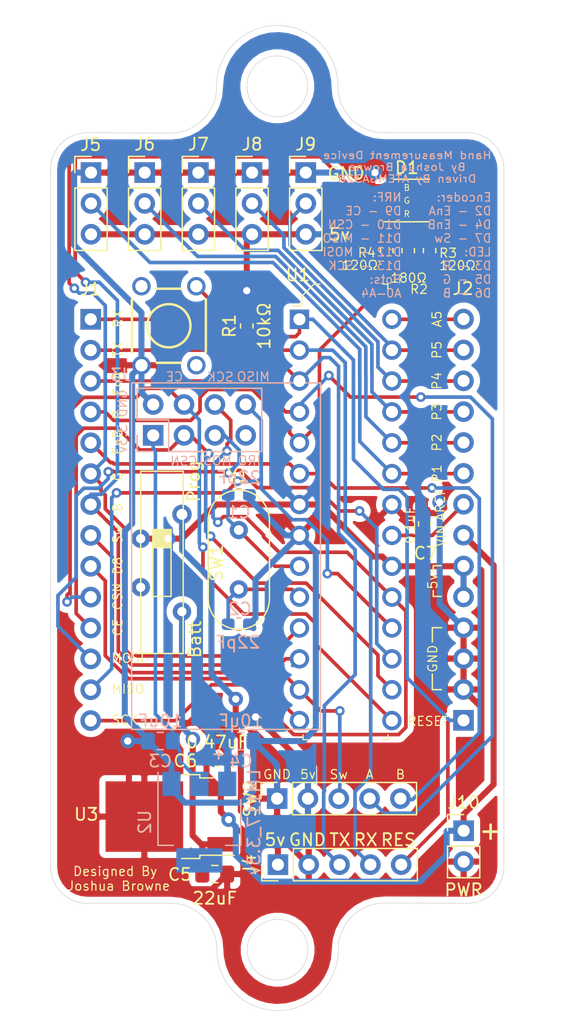
<source format=kicad_pcb>
(kicad_pcb (version 20171130) (host pcbnew "(5.1.4-0-10_14)")
  (layers (0 F.Cu signal) (31 B.Cu signal) (34 B.Paste user) (35 F.Paste user) (36 B.SilkS user) (37 F.SilkS user) (38 B.Mask user) (39 F.Mask user) (44 Edge.Cuts user))
  (net 0 "")
  (net 1 "Net-(C1-Pad1)")
  (net 2 GND)
  (net 3 "Net-(C2-Pad1)")
  (net 4 /3v3)
  (net 5 /5v)
  (net 6 /5vRegOut)
  (net 7 /VIN)
  (net 8 "Net-(D1-Pad4)")
  (net 9 /RX)
  (net 10 /TX)
  (net 11 /D2)
  (net 12 /D3)
  (net 13 /D4)
  (net 14 /D5)
  (net 15 /D6)
  (net 16 /D7)
  (net 17 /D8)
  (net 18 /CSN)
  (net 19 /CE)
  (net 20 /D11)
  (net 21 /D12)
  (net 22 /D13)
  (net 23 /A5)
  (net 24 /A4)
  (net 25 /A3)
  (net 26 /A2)
  (net 27 /A1)
  (net 28 /A0)
  (net 29 /AREF)
  (net 30 /RESET)
  (net 31 "Net-(J3-Pad8)")
  (net 32 /5vPinIn)
  (net 33 "Net-(S1-Pad2)")
  (net 34 "Net-(S1-Pad3)")
  (net 35 "Net-(SW1-Pad3)")
  (net 36 "Net-(D1-Pad6)")
  (net 37 "Net-(D1-Pad5)")
  (module Connector_PinHeader_2.54mm:PinHeader_1x14_P2.54mm_Vertical (layer F.Cu) (at 154.97 114.15 180)
    (fp_text reference J2 (at 0.045 35.525 180) (layer F.SilkS))
    (fp_text value "Rail 2")
    (pad 14 thru_hole oval (at 0 33.02 180) (size 1.7 1.7) (drill 1) (layers *.Cu *.Mask) (net 23 /A5))
    (pad 13 thru_hole oval (at 0 30.48 180) (size 1.7 1.7) (drill 1) (layers *.Cu *.Mask) (net 24 /A4))
    (pad 12 thru_hole oval (at 0 27.94 180) (size 1.7 1.7) (drill 1) (layers *.Cu *.Mask) (net 25 /A3))
    (pad 11 thru_hole oval (at 0 25.4 180) (size 1.7 1.7) (drill 1) (layers *.Cu *.Mask) (net 26 /A2))
    (pad 10 thru_hole oval (at 0 22.86 180) (size 1.7 1.7) (drill 1) (layers *.Cu *.Mask) (net 27 /A1))
    (pad 9 thru_hole oval (at 0 20.32 180) (size 1.7 1.7) (drill 1) (layers *.Cu *.Mask) (net 28 /A0))
    (pad 8 thru_hole oval (at 0 17.78 180) (size 1.7 1.7) (drill 1) (layers *.Cu *.Mask) (net 29 /AREF))
    (pad 7 thru_hole oval (at 0 15.24 180) (size 1.7 1.7) (drill 1) (layers *.Cu *.Mask) (net 7 /VIN))
    (pad 6 thru_hole oval (at 0 12.7 180) (size 1.7 1.7) (drill 1) (layers *.Cu *.Mask) (net 5 /5v))
    (pad 5 thru_hole oval (at 0 10.16 180) (size 1.7 1.7) (drill 1) (layers *.Cu *.Mask) (net 5 /5v))
    (pad 4 thru_hole oval (at 0 7.62 180) (size 1.7 1.7) (drill 1) (layers *.Cu *.Mask) (net 2 GND))
    (pad 3 thru_hole oval (at 0 5.08 180) (size 1.7 1.7) (drill 1) (layers *.Cu *.Mask) (net 2 GND))
    (pad 2 thru_hole oval (at 0 2.54 180) (size 1.7 1.7) (drill 1) (layers *.Cu *.Mask) (net 2 GND))
    (pad 1 thru_hole rect (at 0 0 180) (size 1.7 1.7) (drill 1) (layers *.Cu *.Mask) (net 30 /RESET))
  )
  (module Connector_PinHeader_2.54mm:PinHeader_1x14_P2.54mm_Vertical (layer F.Cu) (at 124.25 81.15)
    (fp_text reference J1 (at -0.025 -2.475) (layer F.SilkS))
    (fp_text value "Rail 1")
    (pad 1 thru_hole rect (at 0 0) (size 1.7 1.7) (drill 1) (layers *.Cu *.Mask) (net 9 /RX))
    (pad 2 thru_hole oval (at 0 2.54) (size 1.7 1.7) (drill 1) (layers *.Cu *.Mask) (net 10 /TX))
    (pad 3 thru_hole oval (at 0 5.08) (size 1.7 1.7) (drill 1) (layers *.Cu *.Mask) (net 11 /D2))
    (pad 4 thru_hole oval (at 0 7.62) (size 1.7 1.7) (drill 1) (layers *.Cu *.Mask) (net 12 /D3))
    (pad 5 thru_hole oval (at 0 10.16) (size 1.7 1.7) (drill 1) (layers *.Cu *.Mask) (net 13 /D4))
    (pad 6 thru_hole oval (at 0 12.7) (size 1.7 1.7) (drill 1) (layers *.Cu *.Mask) (net 14 /D5))
    (pad 7 thru_hole oval (at 0 15.24) (size 1.7 1.7) (drill 1) (layers *.Cu *.Mask) (net 15 /D6))
    (pad 8 thru_hole oval (at 0 17.78) (size 1.7 1.7) (drill 1) (layers *.Cu *.Mask) (net 16 /D7))
    (pad 9 thru_hole oval (at 0 20.32) (size 1.7 1.7) (drill 1) (layers *.Cu *.Mask) (net 17 /D8))
    (pad 10 thru_hole oval (at 0 22.86) (size 1.7 1.7) (drill 1) (layers *.Cu *.Mask) (net 19 /CE))
    (pad 11 thru_hole oval (at 0 25.4) (size 1.7 1.7) (drill 1) (layers *.Cu *.Mask) (net 18 /CSN))
    (pad 12 thru_hole oval (at 0 27.94) (size 1.7 1.7) (drill 1) (layers *.Cu *.Mask) (net 20 /D11))
    (pad 13 thru_hole oval (at 0 30.48) (size 1.7 1.7) (drill 1) (layers *.Cu *.Mask) (net 21 /D12))
    (pad 14 thru_hole oval (at 0 33.02) (size 1.7 1.7) (drill 1) (layers *.Cu *.Mask) (net 22 /D13))
  )
  (module digikey-footprints:DIP-28_W7.62mm (layer F.Cu) (at 141.45 81.15)
    (fp_text reference U1 (at -0.125 -3.65) (layer F.SilkS))
    (fp_text value ATMEGA328-PU)
    (pad 1 thru_hole rect (at 0 0) (size 1.6 1.6) (drill 1) (layers *.Cu *.Mask) (net 30 /RESET))
    (pad 2 thru_hole circle (at 0 2.54) (size 1.6 1.6) (drill 1) (layers *.Cu *.Mask) (net 9 /RX))
    (pad 3 thru_hole circle (at 0 5.08) (size 1.6 1.6) (drill 1) (layers *.Cu *.Mask) (net 10 /TX))
    (pad 4 thru_hole circle (at 0 7.62) (size 1.6 1.6) (drill 1) (layers *.Cu *.Mask) (net 11 /D2))
    (pad 5 thru_hole circle (at 0 10.16) (size 1.6 1.6) (drill 1) (layers *.Cu *.Mask) (net 12 /D3))
    (pad 6 thru_hole circle (at 0 12.7) (size 1.6 1.6) (drill 1) (layers *.Cu *.Mask) (net 13 /D4))
    (pad 7 thru_hole circle (at 0 15.24) (size 1.6 1.6) (drill 1) (layers *.Cu *.Mask) (net 5 /5v))
    (pad 8 thru_hole circle (at 0 17.78) (size 1.6 1.6) (drill 1) (layers *.Cu *.Mask) (net 2 GND))
    (pad 9 thru_hole circle (at 0 20.32) (size 1.6 1.6) (drill 1) (layers *.Cu *.Mask) (net 1 "Net-(C1-Pad1)"))
    (pad 10 thru_hole circle (at 0 22.86) (size 1.6 1.6) (drill 1) (layers *.Cu *.Mask) (net 3 "Net-(C2-Pad1)"))
    (pad 11 thru_hole circle (at 0 25.4) (size 1.6 1.6) (drill 1) (layers *.Cu *.Mask) (net 14 /D5))
    (pad 12 thru_hole circle (at 0 27.94) (size 1.6 1.6) (drill 1) (layers *.Cu *.Mask) (net 15 /D6))
    (pad 13 thru_hole circle (at 0 30.48) (size 1.6 1.6) (drill 1) (layers *.Cu *.Mask) (net 16 /D7))
    (pad 14 thru_hole circle (at 0 33.02) (size 1.6 1.6) (drill 1) (layers *.Cu *.Mask) (net 17 /D8))
    (pad 15 thru_hole circle (at 7.62 33.02) (size 1.6 1.6) (drill 1) (layers *.Cu *.Mask) (net 19 /CE))
    (pad 16 thru_hole circle (at 7.62 30.48) (size 1.6 1.6) (drill 1) (layers *.Cu *.Mask) (net 18 /CSN))
    (pad 17 thru_hole circle (at 7.62 27.94) (size 1.6 1.6) (drill 1) (layers *.Cu *.Mask) (net 20 /D11))
    (pad 18 thru_hole circle (at 7.62 25.4) (size 1.6 1.6) (drill 1) (layers *.Cu *.Mask) (net 21 /D12))
    (pad 19 thru_hole circle (at 7.62 22.86) (size 1.6 1.6) (drill 1) (layers *.Cu *.Mask) (net 22 /D13))
    (pad 20 thru_hole circle (at 7.62 20.32) (size 1.6 1.6) (drill 1) (layers *.Cu *.Mask) (net 5 /5v))
    (pad 21 thru_hole circle (at 7.62 17.78) (size 1.6 1.6) (drill 1) (layers *.Cu *.Mask) (net 29 /AREF))
    (pad 22 thru_hole circle (at 7.62 15.24) (size 1.6 1.6) (drill 1) (layers *.Cu *.Mask) (net 2 GND))
    (pad 23 thru_hole circle (at 7.62 12.7) (size 1.6 1.6) (drill 1) (layers *.Cu *.Mask) (net 28 /A0))
    (pad 24 thru_hole circle (at 7.62 10.16) (size 1.6 1.6) (drill 1) (layers *.Cu *.Mask) (net 27 /A1))
    (pad 25 thru_hole circle (at 7.62 7.62) (size 1.6 1.6) (drill 1) (layers *.Cu *.Mask) (net 26 /A2))
    (pad 26 thru_hole circle (at 7.62 5.08) (size 1.6 1.6) (drill 1) (layers *.Cu *.Mask) (net 25 /A3))
    (pad 27 thru_hole circle (at 7.62 2.54) (size 1.6 1.6) (drill 1) (layers *.Cu *.Mask) (net 24 /A4))
    (pad 28 thru_hole circle (at 7.62 0) (size 1.6 1.6) (drill 1) (layers *.Cu *.Mask) (net 23 /A5))
  )
  (module Resistor_SMD:R_0603_1608Metric_Pad1.05x0.95mm_HandSolder (layer F.Cu) (at 150.4125 75.5 270)
    (fp_text reference R2 (at 3.175 -0.8875 180) (layer F.SilkS) (effects (font (size 0.75 0.75) (thickness 0.1))))
    (fp_text value 180Ω (at 2.25 -0.0375 180) (layer F.SilkS) (effects (font (size 0.75 0.75) (thickness 0.1))))
    (pad 2 smd roundrect (at 0.875 0 270) (size 1.05 0.95) (layers F.Cu F.Paste F.Mask) (net 12 /D3))
    (pad 1 smd roundrect (at -0.875 0 270) (size 1.05 0.95) (layers F.Cu F.Paste F.Mask) (net 8 "Net-(D1-Pad4)"))
  )
  (module "Josh's Library:NRF24l01" (layer B.Cu) (at 129.4 90.7 270)
    (fp_text reference J3 (at -4.975 2.7) (layer B.SilkS) (effects (justify mirror)))
    (fp_text value NRF24l01)
    (pad 2 thru_hole rect (at 0 0 270) (size 1.7 1.7) (drill 1) (layers *.Cu *.Mask) (net 4 /3v3))
    (pad 1 thru_hole oval (at -2.54 0 270) (size 1.7 1.7) (drill 1) (layers *.Cu *.Mask) (net 2 GND))
    (pad 4 thru_hole oval (at 0 -2.54 270) (size 1.7 1.7) (drill 1) (layers *.Cu *.Mask) (net 18 /CSN))
    (pad 3 thru_hole oval (at -2.54 -2.54 270) (size 1.7 1.7) (drill 1) (layers *.Cu *.Mask) (net 19 /CE))
    (pad 6 thru_hole oval (at 0 -5.08 270) (size 1.7 1.7) (drill 1) (layers *.Cu *.Mask) (net 20 /D11))
    (pad 5 thru_hole oval (at -2.54 -5.08 270) (size 1.7 1.7) (drill 1) (layers *.Cu *.Mask) (net 22 /D13))
    (pad 8 thru_hole oval (at 0 -7.62 270) (size 1.7 1.7) (drill 1) (layers *.Cu *.Mask) (net 31 "Net-(J3-Pad8)"))
    (pad 7 thru_hole oval (at -2.54 -7.62 270) (size 1.7 1.7) (drill 1) (layers *.Cu *.Mask) (net 21 /D12))
  )
  (module Capacitor_SMD:C_0805_2012Metric_Pad1.15x1.40mm_HandSolder (layer B.Cu) (at 136.630001 115.85)
    (fp_text reference C4 (at 0 1.65) (layer B.SilkS) (effects (justify mirror)))
    (fp_text value 10uF (at 0 -1.65) (layer B.SilkS) (effects (justify mirror)))
    (fp_text user + (at -1.8415 1.016) (layer B.SilkS) (effects (justify mirror)))
    (pad 1 smd roundrect (at -1.025 0) (size 1.15 1.4) (layers B.Cu B.Paste B.Mask) (roundrect_rratio 0.217391) (net 5 /5v))
    (pad 2 smd roundrect (at 1.025 0) (size 1.15 1.4) (layers B.Cu B.Paste B.Mask) (roundrect_rratio 0.217391) (net 2 GND))
  )
  (module Capacitor_SMD:C_0603_1608Metric_Pad1.05x0.95mm_HandSolder (layer B.Cu) (at 136.453333 95.6)
    (fp_text reference C1 (at 0 1.43) (layer B.SilkS) (effects (justify mirror)))
    (fp_text value 22pF (at 0 -1.43) (layer B.SilkS) (effects (justify mirror)))
    (pad 1 smd roundrect (at -0.875 0) (size 1.05 0.95) (layers B.Cu B.Paste B.Mask) (net 1 "Net-(C1-Pad1)"))
    (pad 2 smd roundrect (at 0.875 0) (size 1.05 0.95) (layers B.Cu B.Paste B.Mask) (net 2 GND))
  )
  (module Capacitor_SMD:C_0603_1608Metric_Pad1.05x0.95mm_HandSolder (layer B.Cu) (at 136.453333 106.24)
    (fp_text reference C2 (at 0.096667 -1.265) (layer B.SilkS) (effects (justify mirror)))
    (fp_text value 22pF (at -0.078333 1.485) (layer B.SilkS) (effects (justify mirror)))
    (pad 2 smd roundrect (at 0.875 0) (size 1.05 0.95) (layers B.Cu B.Paste B.Mask) (net 2 GND))
    (pad 1 smd roundrect (at -0.875 0) (size 1.05 0.95) (layers B.Cu B.Paste B.Mask) (net 3 "Net-(C2-Pad1)"))
  )
  (module Capacitor_SMD:C_0603_1608Metric_Pad1.05x0.95mm_HandSolder (layer F.Cu) (at 134.67 117.42 180)
    (fp_text reference C6 (at 2.62 -0.065) (layer F.SilkS))
    (fp_text value 0.47uF (at 0 1.48) (layer F.SilkS))
    (pad 2 smd roundrect (at 0.875 0 180) (size 1.05 0.95) (layers F.Cu F.Paste F.Mask) (net 7 /VIN))
    (pad 1 smd roundrect (at -0.875 0 180) (size 1.05 0.95) (layers F.Cu F.Paste F.Mask) (net 2 GND))
  )
  (module Connector_PinHeader_2.54mm:PinHeader_1x03_P2.54mm_Vertical (layer F.Cu) (at 124.275 69.075)
    (fp_text reference J5 (at -0.025 -2.3) (layer F.SilkS))
    (fp_text value Conn_01x03)
    (pad 1 thru_hole rect (at 0 0) (size 1.7 1.7) (drill 1) (layers *.Cu *.Mask) (net 2 GND))
    (pad 2 thru_hole oval (at 0 2.54) (size 1.7 1.7) (drill 1) (layers *.Cu *.Mask) (net 28 /A0))
    (pad 3 thru_hole oval (at 0 5.08) (size 1.7 1.7) (drill 1) (layers *.Cu *.Mask) (net 5 /5v))
  )
  (module Connector_PinHeader_2.54mm:PinHeader_1x03_P2.54mm_Vertical (layer F.Cu) (at 128.69875 69.075)
    (fp_text reference J6 (at 0 -2.33) (layer F.SilkS))
    (fp_text value Conn_01x03)
    (pad 3 thru_hole oval (at 0 5.08) (size 1.7 1.7) (drill 1) (layers *.Cu *.Mask) (net 5 /5v))
    (pad 2 thru_hole oval (at 0 2.54) (size 1.7 1.7) (drill 1) (layers *.Cu *.Mask) (net 27 /A1))
    (pad 1 thru_hole rect (at 0 0) (size 1.7 1.7) (drill 1) (layers *.Cu *.Mask) (net 2 GND))
  )
  (module Connector_PinHeader_2.54mm:PinHeader_1x03_P2.54mm_Vertical (layer F.Cu) (at 133.1225 69.075)
    (fp_text reference J7 (at 0 -2.33) (layer F.SilkS))
    (fp_text value Conn_01x03)
    (pad 1 thru_hole rect (at 0 0) (size 1.7 1.7) (drill 1) (layers *.Cu *.Mask) (net 2 GND))
    (pad 2 thru_hole oval (at 0 2.54) (size 1.7 1.7) (drill 1) (layers *.Cu *.Mask) (net 26 /A2))
    (pad 3 thru_hole oval (at 0 5.08) (size 1.7 1.7) (drill 1) (layers *.Cu *.Mask) (net 5 /5v))
  )
  (module Connector_PinHeader_2.54mm:PinHeader_1x03_P2.54mm_Vertical (layer F.Cu) (at 137.54625 69.075)
    (fp_text reference J8 (at 0 -2.33) (layer F.SilkS))
    (fp_text value Conn_01x03)
    (pad 3 thru_hole oval (at 0 5.08) (size 1.7 1.7) (drill 1) (layers *.Cu *.Mask) (net 5 /5v))
    (pad 2 thru_hole oval (at 0 2.54) (size 1.7 1.7) (drill 1) (layers *.Cu *.Mask) (net 25 /A3))
    (pad 1 thru_hole rect (at 0 0) (size 1.7 1.7) (drill 1) (layers *.Cu *.Mask) (net 2 GND))
  )
  (module Connector_PinHeader_2.54mm:PinHeader_1x03_P2.54mm_Vertical (layer F.Cu) (at 141.97 69.075)
    (fp_text reference J9 (at 0 -2.33) (layer F.SilkS))
    (fp_text value Conn_01x03)
    (pad 1 thru_hole rect (at 0 0) (size 1.7 1.7) (drill 1) (layers *.Cu *.Mask) (net 2 GND))
    (pad 2 thru_hole oval (at 0 2.54) (size 1.7 1.7) (drill 1) (layers *.Cu *.Mask) (net 24 /A4))
    (pad 3 thru_hole oval (at 0 5.08) (size 1.7 1.7) (drill 1) (layers *.Cu *.Mask) (net 5 /5v))
  )
  (module Resistor_SMD:R_0603_1608Metric_Pad1.05x0.95mm_HandSolder (layer F.Cu) (at 137.1081 81.7 90)
    (fp_text reference R1 (at 0 -1.43 90) (layer F.SilkS))
    (fp_text value 10kΩ (at 0 1.43 90) (layer F.SilkS))
    (pad 1 smd roundrect (at -0.875 0 90) (size 1.05 0.95) (layers F.Cu F.Paste F.Mask) (net 30 /RESET))
    (pad 2 smd roundrect (at 0.875 0 90) (size 1.05 0.95) (layers F.Cu F.Paste F.Mask) (net 5 /5v))
  )
  (module Resistor_SMD:R_0603_1608Metric_Pad1.05x0.95mm_HandSolder (layer F.Cu) (at 152.175 75.5 270)
    (fp_text reference R3 (at 0.2 -1.525 180) (layer F.SilkS) (effects (font (size 0.75 0.75) (thickness 0.1))))
    (fp_text value 120Ω (at 1.225 -2.3 180) (layer F.SilkS) (effects (font (size 0.75 0.75) (thickness 0.1))))
    (pad 1 smd roundrect (at -0.875 0 270) (size 1.05 0.95) (layers F.Cu F.Paste F.Mask) (net 37 "Net-(D1-Pad5)"))
    (pad 2 smd roundrect (at 0.875 0 270) (size 1.05 0.95) (layers F.Cu F.Paste F.Mask) (net 14 /D5))
  )
  (module Resistor_SMD:R_0603_1608Metric_Pad1.05x0.95mm_HandSolder (layer F.Cu) (at 148.65 75.5 270)
    (fp_text reference R4 (at 0.175 1.65 180) (layer F.SilkS) (effects (font (size 0.75 0.75) (thickness 0.1))))
    (fp_text value 120Ω (at 1.2 2.225 180) (layer F.SilkS) (effects (font (size 0.75 0.75) (thickness 0.1))))
    (pad 2 smd roundrect (at 0.875 0 270) (size 1.05 0.95) (layers F.Cu F.Paste F.Mask) (net 15 /D6))
    (pad 1 smd roundrect (at -0.875 0 270) (size 1.05 0.95) (layers F.Cu F.Paste F.Mask) (net 36 "Net-(D1-Pad6)"))
  )
  (module freetronics_footprints:SW_PUSHBUTTON_PTH (layer F.Cu) (at 130.6916 81.68 270)
    (fp_text reference S1)
    (fp_text value KS-01Q-01_Obsolete hide)
    (pad 1 thru_hole oval (at -3.2512 -2.2606 270) (size 1.524 1.524) (drill 1.016) (layers *.Cu *.Mask) (net 30 /RESET))
    (pad 2 thru_hole oval (at 3.2512 -2.2606 270) (size 1.524 1.524) (drill 1.016) (layers *.Cu *.Mask) (net 33 "Net-(S1-Pad2)"))
    (pad 3 thru_hole oval (at -3.2512 2.2606 270) (size 1.524 1.524) (drill 1.016) (layers *.Cu *.Mask) (net 34 "Net-(S1-Pad3)"))
    (pad 4 thru_hole oval (at 3.2512 2.2606 270) (size 1.524 1.524) (drill 1.016) (layers *.Cu *.Mask) (net 2 GND))
  )
  (module Package_TO_SOT_SMD:SOT-223 (layer B.Cu) (at 133.205 122.525 270)
    (fp_text reference U2 (at 0 4.5 270) (layer B.SilkS) (effects (justify mirror)))
    (fp_text value LM117_3.3v (at 0 -4.5 270) (layer B.SilkS) (effects (justify mirror)))
    (pad 4 smd rect (at 3.15 0 270) (size 2 3.8) (layers B.Cu B.Paste B.Mask))
    (pad 2 smd rect (at -3.15 0 270) (size 2 1.5) (layers B.Cu B.Paste B.Mask) (net 4 /3v3))
    (pad 3 smd rect (at -3.15 -2.3 270) (size 2 1.5) (layers B.Cu B.Paste B.Mask) (net 5 /5v))
    (pad 1 smd rect (at -3.15 2.3 270) (size 2 1.5) (layers B.Cu B.Paste B.Mask) (net 2 GND))
  )
  (module Crystal:Crystal_HC49-4H_Vertical (layer F.Cu) (at 136.453332 103.37 90)
    (fp_text reference Y1 (at 9.37 -0.053333 180) (layer F.SilkS))
    (fp_text value Crystal)
    (pad 1 thru_hole circle (at 0 0 90) (size 1.5 1.5) (drill 0.8) (layers *.Cu *.Mask) (net 3 "Net-(C2-Pad1)"))
    (pad 2 thru_hole circle (at 4.88 0 90) (size 1.5 1.5) (drill 0.8) (layers *.Cu *.Mask) (net 1 "Net-(C1-Pad1)"))
  )
  (module Connector_PinHeader_2.54mm:PinHeader_1x02_P2.54mm_Vertical (layer F.Cu) (at 154.98 123.235)
    (fp_text reference J10 (at 0 -2.33) (layer F.SilkS))
    (fp_text value PWR (at 0 4.87) (layer F.SilkS))
    (pad 1 thru_hole rect (at 0 0) (size 1.7 1.7) (drill 1) (layers *.Cu *.Mask) (net 7 /VIN))
    (pad 2 thru_hole oval (at 0 2.54) (size 1.7 1.7) (drill 1) (layers *.Cu *.Mask) (net 2 GND))
  )
  (module "Josh's Library:RotaryEncoderSocket" (layer F.Cu) (at 139.61 120.59 90)
    (fp_text reference SW2 (at -0.015 -2.225 90) (layer F.SilkS))
    (fp_text value Rotary_Encoder_Switch)
    (pad 5 thru_hole rect (at 0 0 90) (size 1.7 1.7) (drill 1) (layers *.Cu *.Mask) (net 2 GND))
    (pad 2 thru_hole oval (at 0 2.54 90) (size 1.7 1.7) (drill 1) (layers *.Cu *.Mask) (net 5 /5v))
    (pad 4 thru_hole oval (at 0 5.08 90) (size 1.7 1.7) (drill 1) (layers *.Cu *.Mask) (net 16 /D7))
    (pad 1 thru_hole oval (at 0 7.62 90) (size 1.7 1.7) (drill 1) (layers *.Cu *.Mask) (net 11 /D2))
    (pad 3 thru_hole oval (at 0 10.16 90) (size 1.7 1.7) (drill 1) (layers *.Cu *.Mask) (net 13 /D4))
  )
  (module Capacitor_SMD:C_0805_2012Metric_Pad1.15x1.40mm_HandSolder (layer F.Cu) (at 134.47 126.8 180)
    (fp_text reference C5 (at 2.87 -0.04) (layer F.SilkS))
    (fp_text value 22uF (at 0 -1.99) (layer F.SilkS))
    (pad 1 smd roundrect (at -1.025 0 180) (size 1.15 1.4) (layers F.Cu F.Paste F.Mask) (roundrect_rratio 0.217391) (net 2 GND))
    (pad 2 smd roundrect (at 1.025 0 180) (size 1.15 1.4) (layers F.Cu F.Paste F.Mask) (roundrect_rratio 0.217391) (net 6 /5vRegOut))
  )
  (module Capacitor_SMD:C_0805_2012Metric_Pad1.15x1.40mm_HandSolder (layer B.Cu) (at 129.979999 115.85)
    (fp_text reference C3 (at 0 1.65) (layer B.SilkS) (effects (justify mirror)))
    (fp_text value 10uF (at 0 -1.65) (layer B.SilkS) (effects (justify mirror)))
    (pad 1 smd roundrect (at -1.025 0) (size 1.15 1.4) (layers B.Cu B.Paste B.Mask) (roundrect_rratio 0.217391) (net 2 GND))
    (pad 2 smd roundrect (at 1.025 0) (size 1.15 1.4) (layers B.Cu B.Paste B.Mask) (roundrect_rratio 0.217391) (net 4 /3v3))
  )
  (module "Josh's Library:RGB LED" (layer F.Cu) (at 150.3 68.175)
    (fp_text reference D1 (at 0 0.5) (layer F.SilkS))
    (fp_text value LED_RGB)
    (fp_text user B (at 0 2.15) (layer F.SilkS) (effects (font (size 0.5 0.5) (thickness 0.075))))
    (fp_text user G (at 0 3.2) (layer F.SilkS) (effects (font (size 0.5 0.5) (thickness 0.075))))
    (fp_text user R (at 0 4.3) (layer F.SilkS) (effects (font (size 0.5 0.5) (thickness 0.075))))
    (pad 1 smd rect (at -1.5145 2.1) (size 1.2 0.6) (layers F.Cu F.Paste F.Mask) (net 2 GND))
    (pad 2 smd rect (at -1.5145 3.2) (size 1.2 0.6) (layers F.Cu F.Paste F.Mask) (net 2 GND))
    (pad 3 smd rect (at -1.5145 4.3) (size 1.2 0.6) (layers F.Cu F.Paste F.Mask) (net 2 GND))
    (pad 6 smd rect (at 1.4855 2.1) (size 1.2 0.6) (layers F.Cu F.Paste F.Mask) (net 36 "Net-(D1-Pad6)"))
    (pad 4 smd rect (at 1.4855 4.3) (size 1.2 0.6) (layers F.Cu F.Paste F.Mask) (net 8 "Net-(D1-Pad4)"))
    (pad 5 smd rect (at 1.4855 3.2) (size 1.2 0.6) (layers F.Cu F.Paste F.Mask) (net 37 "Net-(D1-Pad5)"))
  )
  (module "Josh's Library:Sp3t K3-1336D-K1" (layer F.Cu) (at 135.118916 101.2 270)
    (fp_text reference SW1 (at 0 0.5 90) (layer F.SilkS))
    (fp_text value SW_SP3T)
    (pad 1 thru_hole circle (at -4 3.35 270) (size 1.6 1.6) (drill 0.9) (layers *.Cu *.Mask) (net 32 /5vPinIn))
    (pad 2 thru_hole circle (at -2 6.75 270) (size 1.524 1.524) (drill 0.762) (layers *.Cu *.Mask) (net 5 /5v))
    (pad 3 thru_hole circle (at 2 6.75 270) (size 1.524 1.524) (drill 0.762) (layers *.Cu *.Mask) (net 35 "Net-(SW1-Pad3)"))
    (pad 4 thru_hole circle (at 4 3.35 270) (size 1.524 1.524) (drill 0.762) (layers *.Cu *.Mask) (net 6 /5vRegOut))
  )
  (module Capacitor_SMD:C_0603_1608Metric_Pad1.05x0.95mm_HandSolder (layer F.Cu) (at 151.775 97.975 90)
    (fp_text reference C7 (at -2.425 0.075 180) (layer F.SilkS))
    (fp_text value 0.1uF (at -0.125 -1.175 270) (layer F.SilkS) (effects (font (size 0.75 0.75) (thickness 0.1))))
    (pad 2 smd roundrect (at 0.875 0 90) (size 1.05 0.95) (layers F.Cu F.Paste F.Mask) (net 2 GND))
    (pad 1 smd roundrect (at -0.875 0 90) (size 1.05 0.95) (layers F.Cu F.Paste F.Mask) (net 29 /AREF))
  )
  (module Package_TO_SOT_SMD:TO-252-2 (layer F.Cu) (at 130.77 122.07 180)
    (fp_text reference U3 (at 6.89 0.18) (layer F.SilkS))
    (fp_text value L7805_5v)
    (pad 1 smd rect (at -4.2 -2.28 180) (size 2.2 1.2) (layers F.Cu F.Paste F.Mask) (net 6 /5vRegOut))
    (pad 3 smd rect (at -4.2 2.28 180) (size 2.2 1.2) (layers F.Cu F.Paste F.Mask) (net 7 /VIN))
    (pad 2 smd rect (at 2.1 0 180) (size 6.4 5.8) (layers F.Cu F.Mask) (net 2 GND))
  )
  (module Connector_PinHeader_2.54mm:PinHeader_1x05_P2.54mm_Vertical (layer F.Cu) (at 139.675 126.025 90)
    (fp_text reference J4 (at 0 -2.33 90) (layer F.SilkS))
    (fp_text value Programming)
    (pad 1 thru_hole rect (at 0 0 90) (size 1.7 1.7) (drill 1) (layers *.Cu *.Mask) (net 32 /5vPinIn))
    (pad 2 thru_hole oval (at 0 2.54 90) (size 1.7 1.7) (drill 1) (layers *.Cu *.Mask) (net 2 GND))
    (pad 3 thru_hole oval (at 0 5.08 90) (size 1.7 1.7) (drill 1) (layers *.Cu *.Mask) (net 10 /TX))
    (pad 4 thru_hole oval (at 0 7.62 90) (size 1.7 1.7) (drill 1) (layers *.Cu *.Mask) (net 9 /RX))
    (pad 5 thru_hole oval (at 0 10.16 90) (size 1.7 1.7) (drill 1) (layers *.Cu *.Mask) (net 30 /RESET))
  )
  (gr_text RES (at 149.6 123.98) (layer F.SilkS) (effects (font (size 1 1))))
  (gr_text TX (at 144.781905 123.98) (layer F.SilkS) (effects (font (size 1 1))))
  (gr_text 5v (at 139.44 123.98) (layer F.SilkS) (effects (font (size 1 1))))
  (gr_text GND (at 142.110952 123.98) (layer F.SilkS) (effects (font (size 1 1))))
  (gr_text RX (at 146.905238 123.98) (layer F.SilkS) (effects (font (size 1 1))))
  (gr_text "Designed By \nJoshua Browne" (at 126.55 127.18) (layer F.SilkS) (effects (font (size 0.75 0.75) (thickness 0.1))))
  (gr_text Batt (at 132.825 107.5 90) (layer F.SilkS) (effects (font (size 1 1))))
  (gr_text CSN (at 126.475 103.9625 90) (layer F.SilkS) (effects (font (size 0.75 0.75) (thickness 0.1))))
  (gr_text Prog (at 132.725 94.475 90) (layer F.SilkS) (effects (font (size 1 1))))
  (gr_text "NRF:\nD9 - CE\nD10 - CSN\nD11 - MISO\nD12 - MOSI\nD13 - SCK\nPots:\nA0—A4" (at 149.925 75.05) (layer B.SilkS) (effects (font (size 0.7 0.7) (thickness 0.1)) (justify left mirror)))
  (gr_text "Encoder:\nD2 - EnA\nD4 - EnB\nD7 - Sw\nLED:\nD3 - R\nD5 - G\nD6 - B" (at 157.325 75.05) (layer B.SilkS) (effects (font (size 0.7 0.7) (thickness 0.1)) (justify left mirror)))
  (gr_text "Hand Measurement Device\nBy Joshua Browne\nDriven By ATEMGA328" (at 150.325 68.625) (layer B.SilkS) (effects (font (size 0.6 0.7) (thickness 0.1)) (justify mirror)))
  (gr_line (start 152.4 111.625) (end 153.15 111.625) (layer F.SilkS) (width 0.12))
  (gr_line (start 152.4 110.35) (end 152.4 111.625) (layer F.SilkS) (width 0.12))
  (gr_line (start 152.4 106.525) (end 153.175 106.525) (layer F.SilkS) (width 0.12))
  (gr_line (start 152.4 107.7) (end 152.4 106.525) (layer F.SilkS) (width 0.12))
  (gr_line (start 152.475 103.95) (end 153.125 103.95) (layer F.SilkS) (width 0.12))
  (gr_line (start 152.475 103.475) (end 152.475 103.95) (layer F.SilkS) (width 0.12))
  (gr_line (start 152.475 101.425) (end 153.125 101.425) (layer F.SilkS) (width 0.12))
  (gr_line (start 152.475 101.95) (end 152.475 101.425) (layer F.SilkS) (width 0.12))
  (gr_text RESET (at 152.05 114.225) (layer F.SilkS) (effects (font (size 0.75 0.75) (thickness 0.1))))
  (gr_text GND (at 152.425 109.074225 90) (layer F.SilkS) (effects (font (size 0.75 0.75) (thickness 0.1))))
  (gr_text 5v (at 152.425 102.72 90) (layer F.SilkS) (effects (font (size 0.75 0.75) (thickness 0.1))))
  (gr_text VIN (at 153.15 98.95 90) (layer F.SilkS) (effects (font (size 0.75 0.75) (thickness 0.1))))
  (gr_text AREF (at 153.05 96.375 90) (layer F.SilkS) (effects (font (size 0.75 0.75) (thickness 0.1))))
  (gr_text P1 (at 152.775 93.831921 90) (layer F.SilkS) (effects (font (size 0.75 0.75) (thickness 0.1))))
  (gr_text P2 (at 152.775 91.291537 90) (layer F.SilkS) (effects (font (size 0.75 0.75) (thickness 0.1))))
  (gr_text P3 (at 152.775 88.751153 90) (layer F.SilkS) (effects (font (size 0.75 0.75) (thickness 0.1))))
  (gr_text P4 (at 152.775 86.210769 90) (layer F.SilkS) (effects (font (size 0.75 0.75) (thickness 0.1))))
  (gr_text P5 (at 152.775 83.670385 90) (layer F.SilkS) (effects (font (size 0.75 0.75) (thickness 0.1))))
  (gr_text A5 (at 152.775 81.130001 90) (layer F.SilkS) (effects (font (size 0.75 0.75) (thickness 0.1))))
  (gr_text SCK (at 127.067143 114.1225) (layer F.SilkS) (effects (font (size 0.75 0.75) (thickness 0.1))))
  (gr_text MISO (at 127.317143 111.5825) (layer F.SilkS) (effects (font (size 0.75 0.75) (thickness 0.1))))
  (gr_text MOSI (at 127.317143 109.0425) (layer F.SilkS) (effects (font (size 0.75 0.75) (thickness 0.1))))
  (gr_text CE (at 126.475 106.5025 90) (layer F.SilkS) (effects (font (size 0.75 0.75) (thickness 0.1))))
  (gr_text D8 (at 126.475 101.4225 90) (layer F.SilkS) (effects (font (size 0.75 0.75) (thickness 0.1))))
  (gr_text Sw (at 126.475 98.8825 90) (layer F.SilkS) (effects (font (size 0.75 0.75) (thickness 0.1))))
  (gr_text "B " (at 126.475 96.3425 90) (layer F.SilkS) (effects (font (size 0.75 0.75) (thickness 0.1))))
  (gr_text "G " (at 126.475 93.8025 90) (layer F.SilkS) (effects (font (size 0.75 0.75) (thickness 0.1))))
  (gr_text EnB (at 126.475 91.2625 90) (layer F.SilkS) (effects (font (size 0.75 0.75) (thickness 0.1))))
  (gr_text "R " (at 126.475 88.7225 90) (layer F.SilkS) (effects (font (size 0.75 0.75) (thickness 0.1))))
  (gr_text "EnA " (at 126.475 86.1825 90) (layer F.SilkS) (effects (font (size 0.75 0.75) (thickness 0.1))))
  (gr_text TX (at 126.475 83.6425 90) (layer F.SilkS) (effects (font (size 0.75 0.75) (thickness 0.1))))
  (gr_text RX (at 126.475 81.1025 90) (layer F.SilkS) (effects (font (size 0.75 0.75) (thickness 0.1))))
  (gr_text IRQ (at 137.325 92.775) (layer B.SilkS) (effects (font (size 0.75 0.75) (thickness 0.1)) (justify mirror)))
  (gr_text MOSI (at 134.525 92.775) (layer B.SilkS) (effects (font (size 0.75 0.75) (thickness 0.1)) (justify mirror)))
  (gr_text MISO (at 137.65 85.875) (layer B.SilkS) (effects (font (size 0.75 0.75) (thickness 0.1)) (justify mirror)))
  (gr_text CSN (at 131.925 92.825) (layer B.SilkS) (effects (font (size 0.75 0.75) (thickness 0.1)) (justify mirror)))
  (gr_text SCK (at 134.925 85.9) (layer B.SilkS) (effects (font (size 0.75 0.75) (thickness 0.1)) (justify mirror)))
  (gr_text CE (at 131.15 85.875) (layer B.SilkS) (effects (font (size 0.75 0.75) (thickness 0.1)) (justify mirror)))
  (gr_text 3.3v (at 126.875 90.975 90) (layer B.SilkS) (effects (font (size 0.75 0.75) (thickness 0.1)) (justify mirror)))
  (gr_text GND (at 126.875 88.075 90) (layer B.SilkS) (effects (font (size 0.75 0.75) (thickness 0.1)) (justify mirror)))
  (gr_text B (at 149.77 118.605) (layer F.SilkS) (effects (font (size 0.75 0.75) (thickness 0.1))))
  (gr_text A (at 147.23 118.605) (layer F.SilkS) (effects (font (size 0.75 0.75) (thickness 0.1))))
  (gr_text Sw (at 144.69 118.605) (layer F.SilkS) (effects (font (size 0.75 0.75) (thickness 0.1))))
  (gr_text 5v (at 142.15 118.605) (layer F.SilkS) (effects (font (size 0.75 0.75) (thickness 0.1))))
  (gr_text GND (at 139.61 118.605) (layer F.SilkS) (effects (font (size 0.75 0.75) (thickness 0.1))))
  (gr_text + (at 157.2 123.2) (layer F.SilkS) (effects (font (size 1.5 1.5) (thickness 0.225))))
  (gr_text 5v (at 144.75 74.175) (layer F.SilkS) (effects (font (size 1 1))))
  (gr_text GND (at 145.3 69.15) (layer F.SilkS) (effects (font (size 1 1))))
  (gr_circle (center 139.65 133.025) (end 142.15 133.025) (layer Edge.Cuts) (width 0.05))
  (gr_circle (center 139.625 61.975) (end 142.125 62.05) (layer Edge.Cuts) (width 0.05))
  (gr_arc (start 148.475 133) (end 148.475 129.175) (angle -90) (layer Edge.Cuts) (width 0.05))
  (gr_line (start 123.95 129.2) (end 130.825 129.2) (layer Edge.Cuts) (width 0.05))
  (gr_line (start 148.475 129.175) (end 155.3 129.2) (layer Edge.Cuts) (width 0.05))
  (gr_arc (start 139.65 133.025) (end 134.65 133.025) (angle -180.2864801) (layer Edge.Cuts) (width 0.05))
  (gr_arc (start 130.825 133.025) (end 134.65 133.025) (angle -90) (layer Edge.Cuts) (width 0.05))
  (gr_line (start 130.8 65.825) (end 123.95 65.8) (layer Edge.Cuts) (width 0.05))
  (gr_line (start 155.3 65.8) (end 148.45 65.8) (layer Edge.Cuts) (width 0.05))
  (gr_arc (start 148.45 61.975) (end 144.625 61.975) (angle -90) (layer Edge.Cuts) (width 0.05))
  (gr_arc (start 130.8 62) (end 130.8 65.825) (angle -90) (layer Edge.Cuts) (width 0.05))
  (gr_arc (start 139.625 61.975) (end 144.625 61.975) (angle -180.2864765) (layer Edge.Cuts) (width 0.05))
  (gr_arc (start 155.3 126.2) (end 155.3 129.2) (angle -90) (layer Edge.Cuts) (width 0.05))
  (gr_arc (start 123.95 126.2) (end 120.95 126.2) (angle -90) (layer Edge.Cuts) (width 0.05))
  (gr_arc (start 123.95 68.8) (end 123.95 65.8) (angle -90) (layer Edge.Cuts) (width 0.05))
  (gr_arc (start 155.3 68.8) (end 158.3 68.8) (angle -90) (layer Edge.Cuts) (width 0.05))
  (gr_line (start 158.3 126.2) (end 158.3 68.8) (layer Edge.Cuts) (width 0.05))
  (gr_line (start 120.95 126.2) (end 120.95 68.8) (layer Edge.Cuts) (width 0.05))
  (segment (start 135.578333 97.615) (end 136.453333 98.49) (width 0.3) (layer B.Cu) (net 1))
  (segment (start 135.578333 95.6) (end 135.578333 97.615) (width 0.3) (layer B.Cu) (net 1))
  (segment (start 139.433333 101.47) (end 141.45 101.47) (width 0.3) (layer F.Cu) (net 1))
  (segment (start 136.453333 98.49) (end 139.433333 101.47) (width 0.3) (layer F.Cu) (net 1))
  (segment (start 154.98 125.775) (end 153.095 125.775) (width 0.5) (layer F.Cu) (net 2))
  (segment (start 154.97 111.61) (end 154.97 109.07) (width 0.5) (layer F.Cu) (net 2))
  (segment (start 154.97 109.07) (end 154.97 106.53) (width 0.5) (layer F.Cu) (net 2))
  (segment (start 127.395 122.77) (end 127.395 122.07) (width 0.5) (layer F.Cu) (net 2))
  (segment (start 129.104999 115.85) (end 128.479999 115.85) (width 0.5) (layer B.Cu) (net 2))
  (segment (start 128.479999 115.85) (end 127.3 115.85) (width 0.5) (layer B.Cu) (net 2))
  (segment (start 127.3 115.85) (end 127.3 115.85) (width 0.5) (layer B.Cu) (net 2))
  (via (at 127.3 115.85) (size 1.2) (drill 0.6) (layers F.Cu B.Cu) (net 2))
  (segment (start 127.395 115.945) (end 127.3 115.85) (width 0.5) (layer F.Cu) (net 2))
  (segment (start 127.395 122.07) (end 127.395 115.945) (width 0.5) (layer F.Cu) (net 2))
  (segment (start 137.655001 106.566668) (end 137.328333 106.24) (width 0.5) (layer B.Cu) (net 2))
  (segment (start 137.827405 102.552595) (end 140.650001 99.729999) (width 0.5) (layer B.Cu) (net 2))
  (segment (start 137.827405 105.740928) (end 137.827405 102.552595) (width 0.5) (layer B.Cu) (net 2))
  (segment (start 140.650001 99.729999) (end 141.45 98.93) (width 0.5) (layer B.Cu) (net 2))
  (segment (start 137.328333 106.24) (end 137.827405 105.740928) (width 0.5) (layer B.Cu) (net 2))
  (segment (start 125.425 69.075) (end 141.97 69.075) (width 0.5) (layer F.Cu) (net 2))
  (segment (start 124.275 69.075) (end 125.425 69.075) (width 0.5) (layer F.Cu) (net 2))
  (segment (start 128.431 87.181) (end 129.38 88.13) (width 0.5) (layer B.Cu) (net 2))
  (segment (start 128.431 84.9312) (end 128.431 87.181) (width 0.5) (layer B.Cu) (net 2))
  (segment (start 140.31863 98.93) (end 137.328333 95.939703) (width 0.5) (layer B.Cu) (net 2))
  (segment (start 141.45 98.93) (end 140.31863 98.93) (width 0.5) (layer B.Cu) (net 2))
  (segment (start 137.328333 95.939703) (end 137.328333 95.6) (width 0.5) (layer B.Cu) (net 2))
  (segment (start 136.695001 120.925001) (end 137.655001 119.965001) (width 0.5) (layer B.Cu) (net 2))
  (segment (start 130.905 119.815002) (end 132.014999 120.925001) (width 0.5) (layer B.Cu) (net 2))
  (segment (start 137.655001 116.65) (end 137.655001 115.85) (width 0.5) (layer B.Cu) (net 2))
  (segment (start 137.655001 119.965001) (end 137.655001 116.65) (width 0.5) (layer B.Cu) (net 2))
  (segment (start 142.800001 100.280001) (end 142.249999 99.729999) (width 0.5) (layer B.Cu) (net 2))
  (segment (start 142.800001 114.818001) (end 142.800001 100.280001) (width 0.5) (layer B.Cu) (net 2))
  (segment (start 142.249999 99.729999) (end 141.45 98.93) (width 0.5) (layer B.Cu) (net 2))
  (segment (start 141.768002 115.85) (end 142.800001 114.818001) (width 0.5) (layer B.Cu) (net 2))
  (segment (start 137.655001 115.85) (end 141.768002 115.85) (width 0.5) (layer B.Cu) (net 2))
  (segment (start 156.370001 113.010001) (end 155.819999 112.459999) (width 0.5) (layer F.Cu) (net 2))
  (segment (start 155.819999 112.459999) (end 154.97 111.61) (width 0.5) (layer F.Cu) (net 2))
  (segment (start 156.370001 117.689999) (end 156.370001 113.010001) (width 0.5) (layer F.Cu) (net 2))
  (segment (start 122.874999 69.125001) (end 122.874999 75.035035) (width 0.5) (layer B.Cu) (net 2))
  (segment (start 124.275 69.075) (end 122.925 69.075) (width 0.5) (layer B.Cu) (net 2))
  (segment (start 128.431 80.591036) (end 128.431 83.85357) (width 0.5) (layer B.Cu) (net 2))
  (segment (start 122.874999 75.035035) (end 128.431 80.591036) (width 0.5) (layer B.Cu) (net 2))
  (segment (start 122.925 69.075) (end 122.874999 69.125001) (width 0.5) (layer B.Cu) (net 2))
  (segment (start 128.431 83.85357) (end 128.431 84.9312) (width 0.5) (layer B.Cu) (net 2))
  (segment (start 128.605927 115.350928) (end 129.104999 115.85) (width 0.5) (layer B.Cu) (net 2))
  (segment (start 127.056915 113.801916) (end 128.605927 115.350928) (width 0.5) (layer B.Cu) (net 2))
  (segment (start 127.056915 98.570239) (end 127.056915 113.801916) (width 0.5) (layer B.Cu) (net 2))
  (segment (start 127.669001 97.958153) (end 127.056915 98.570239) (width 0.5) (layer B.Cu) (net 2))
  (segment (start 127.669001 85.693199) (end 127.669001 97.958153) (width 0.5) (layer B.Cu) (net 2))
  (segment (start 128.431 84.9312) (end 127.669001 85.693199) (width 0.5) (layer B.Cu) (net 2))
  (segment (start 130.905 117.800001) (end 128.954999 115.85) (width 0.5) (layer B.Cu) (net 2))
  (segment (start 130.905 119.375) (end 130.905 117.800001) (width 0.5) (layer B.Cu) (net 2))
  (segment (start 148.7855 72.475) (end 148.7855 70.275) (width 0.5) (layer F.Cu) (net 2))
  (segment (start 148.7855 69.475) (end 148.3855 69.075) (width 0.5) (layer F.Cu) (net 2))
  (segment (start 148.7855 70.275) (end 148.7855 69.475) (width 0.5) (layer F.Cu) (net 2))
  (segment (start 148.3855 69.075) (end 147.675 69.075) (width 0.5) (layer F.Cu) (net 2))
  (segment (start 147.675 69.075) (end 147.675 69.075) (width 0.5) (layer F.Cu) (net 2))
  (via (at 147.675 69.075) (size 1.2) (drill 0.6) (layers F.Cu B.Cu) (net 2))
  (segment (start 147.675 69.075) (end 141.97 69.075) (width 0.5) (layer B.Cu) (net 2))
  (via (at 153 96.2) (size 1.2) (drill 0.6) (layers F.Cu B.Cu) (net 2))
  (segment (start 153 96.2) (end 153 97.048528) (width 0.5) (layer B.Cu) (net 2))
  (segment (start 153.0075 97.056028) (end 153.0075 104.5675) (width 0.5) (layer B.Cu) (net 2))
  (segment (start 153 97.048528) (end 153.0075 97.056028) (width 0.5) (layer B.Cu) (net 2))
  (segment (start 153.0075 104.5675) (end 154.97 106.53) (width 0.5) (layer B.Cu) (net 2))
  (segment (start 132.014999 120.925001) (end 136.695001 120.925001) (width 0.5) (layer B.Cu) (net 2))
  (segment (start 131.25001 128.05001) (end 128.67 125.47) (width 0.5) (layer F.Cu) (net 2))
  (segment (start 128.67 125.47) (end 128.67 122.07) (width 0.5) (layer F.Cu) (net 2))
  (segment (start 134.24499 128.05001) (end 131.25001 128.05001) (width 0.5) (layer F.Cu) (net 2))
  (segment (start 135.495 126.8) (end 134.24499 128.05001) (width 0.5) (layer F.Cu) (net 2))
  (segment (start 139.61 117.804999) (end 139.61 120.59) (width 0.5) (layer B.Cu) (net 2))
  (segment (start 137.655001 115.85) (end 139.61 117.804999) (width 0.5) (layer B.Cu) (net 2))
  (segment (start 139.61 123.42) (end 142.215 126.025) (width 0.5) (layer F.Cu) (net 2))
  (segment (start 139.61 120.59) (end 139.61 123.42) (width 0.5) (layer F.Cu) (net 2))
  (segment (start 135.545 116.845) (end 134.09 115.39) (width 0.5) (layer F.Cu) (net 2))
  (segment (start 135.545 117.42) (end 135.545 116.845) (width 0.5) (layer F.Cu) (net 2))
  (segment (start 134.09 115.39) (end 134.09 115.38) (width 0.5) (layer F.Cu) (net 2))
  (segment (start 134.09 115.38) (end 133.06 114.35) (width 0.5) (layer F.Cu) (net 2))
  (segment (start 130.57 115.85) (end 127.3 115.85) (width 0.5) (layer F.Cu) (net 2))
  (segment (start 132.07 114.35) (end 130.57 115.85) (width 0.5) (layer F.Cu) (net 2))
  (segment (start 133.06 114.35) (end 132.07 114.35) (width 0.5) (layer F.Cu) (net 2))
  (segment (start 140.81 103.37) (end 141.45 104.01) (width 0.3) (layer F.Cu) (net 3))
  (segment (start 136.453333 103.37) (end 140.81 103.37) (width 0.3) (layer F.Cu) (net 3))
  (segment (start 135.578333 104.245) (end 135.578333 106.24) (width 0.3) (layer B.Cu) (net 3))
  (segment (start 136.453333 103.37) (end 135.578333 104.245) (width 0.3) (layer B.Cu) (net 3))
  (segment (start 131.004999 115.05) (end 129.580917 113.625918) (width 0.3) (layer B.Cu) (net 4))
  (segment (start 131.004999 115.85) (end 131.004999 115.05) (width 0.3) (layer B.Cu) (net 4))
  (segment (start 129.4 91.85) (end 129.580917 92.030917) (width 0.3) (layer B.Cu) (net 4))
  (segment (start 129.4 90.7) (end 129.4 91.85) (width 0.3) (layer B.Cu) (net 4))
  (segment (start 129.580917 92.030917) (end 129.580917 113.625918) (width 0.3) (layer B.Cu) (net 4))
  (segment (start 130.854999 115.85) (end 131.594999 116.59) (width 0.3) (layer B.Cu) (net 4))
  (segment (start 131.594999 117.514999) (end 133.205 119.125) (width 0.3) (layer B.Cu) (net 4))
  (segment (start 133.205 119.125) (end 133.205 119.375) (width 0.3) (layer B.Cu) (net 4))
  (segment (start 131.594999 116.59) (end 131.594999 117.514999) (width 0.3) (layer B.Cu) (net 4))
  (segment (start 124.275 74.155) (end 141.97 74.155) (width 0.5) (layer F.Cu) (net 5))
  (segment (start 137.1081 74.59315) (end 137.54625 74.155) (width 0.5) (layer F.Cu) (net 5))
  (segment (start 137.1081 80.825) (end 137.1081 78.7919) (width 0.5) (layer F.Cu) (net 5))
  (segment (start 154.95 101.47) (end 154.97 101.45) (width 0.5) (layer F.Cu) (net 5))
  (segment (start 149.07 101.47) (end 154.95 101.47) (width 0.5) (layer F.Cu) (net 5))
  (segment (start 154.97 101.45) (end 154.97 103.99) (width 0.5) (layer F.Cu) (net 5))
  (segment (start 137.1081 78.7919) (end 137.1081 74.59315) (width 0.5) (layer F.Cu) (net 5))
  (via (at 137.1081 78.7919) (size 1.2) (drill 0.6) (layers F.Cu B.Cu) (net 5))
  (segment (start 137.708099 79.391899) (end 137.741899 79.391899) (width 0.5) (layer B.Cu) (net 5))
  (segment (start 137.1081 78.7919) (end 137.708099 79.391899) (width 0.5) (layer B.Cu) (net 5))
  (segment (start 140.650001 95.590001) (end 141.45 96.39) (width 0.5) (layer B.Cu) (net 5))
  (segment (start 139.599988 81.249988) (end 139.599988 94.539988) (width 0.5) (layer B.Cu) (net 5))
  (segment (start 139.599988 94.539988) (end 140.650001 95.590001) (width 0.5) (layer B.Cu) (net 5))
  (segment (start 137.741899 79.391899) (end 139.599988 81.249988) (width 0.5) (layer B.Cu) (net 5))
  (segment (start 135.505 115.950001) (end 135.605001 115.85) (width 0.5) (layer B.Cu) (net 5))
  (segment (start 135.505 119.375) (end 135.505 115.950001) (width 0.5) (layer B.Cu) (net 5))
  (segment (start 134.65 114.894999) (end 134.65 114.723538) (width 0.5) (layer B.Cu) (net 5))
  (segment (start 135.605001 115.85) (end 134.65 114.894999) (width 0.5) (layer B.Cu) (net 5))
  (segment (start 134.65 114.723538) (end 134.65 113.87501) (width 0.5) (layer B.Cu) (net 5))
  (segment (start 134.65 113.87501) (end 137.82499 113.87501) (width 0.5) (layer B.Cu) (net 5))
  (segment (start 137.92499 113.87501) (end 137.92499 113.87501) (width 0.5) (layer B.Cu) (net 5))
  (segment (start 137.92499 113.87501) (end 140.069992 116.020012) (width 0.5) (layer F.Cu) (net 5))
  (segment (start 147.522914 100.670001) (end 148.270001 100.670001) (width 0.5) (layer F.Cu) (net 5))
  (segment (start 141.45 96.39) (end 143.242913 96.39) (width 0.5) (layer F.Cu) (net 5))
  (segment (start 148.270001 100.670001) (end 149.07 101.47) (width 0.5) (layer F.Cu) (net 5))
  (segment (start 143.242913 96.39) (end 147.522914 100.670001) (width 0.5) (layer F.Cu) (net 5))
  (segment (start 137.82499 113.87501) (end 137.92499 113.87501) (width 0.5) (layer B.Cu) (net 5))
  (via (at 137.82499 113.87501) (size 1.2) (drill 0.6) (layers F.Cu B.Cu) (net 5))
  (segment (start 141.45 96.39) (end 134.576918 96.39) (width 0.5) (layer F.Cu) (net 5))
  (via (at 130.630927 99.2) (size 1.2) (drill 0.6) (layers F.Cu B.Cu) (net 5))
  (segment (start 128.368916 99.2) (end 130.630927 99.2) (width 0.5) (layer F.Cu) (net 5))
  (segment (start 131.766918 99.2) (end 131.479455 99.2) (width 0.5) (layer F.Cu) (net 5))
  (segment (start 134.576918 96.39) (end 131.766918 99.2) (width 0.5) (layer F.Cu) (net 5))
  (segment (start 133.25 112.47501) (end 133.25 102.748528) (width 0.5) (layer B.Cu) (net 5))
  (segment (start 130.630927 100.129455) (end 130.630927 100.048528) (width 0.5) (layer B.Cu) (net 5))
  (segment (start 131.479455 99.2) (end 130.630927 99.2) (width 0.5) (layer F.Cu) (net 5))
  (segment (start 133.25 102.748528) (end 130.630927 100.129455) (width 0.5) (layer B.Cu) (net 5))
  (segment (start 130.630927 100.048528) (end 130.630927 99.2) (width 0.5) (layer B.Cu) (net 5))
  (segment (start 134.65 113.87501) (end 133.25 112.47501) (width 0.5) (layer B.Cu) (net 5))
  (segment (start 140.069992 116.020012) (end 140.070012 116.020012) (width 0.5) (layer F.Cu) (net 5))
  (segment (start 142.15 118.1) (end 142.15 120.59) (width 0.5) (layer F.Cu) (net 5))
  (segment (start 140.070012 116.020012) (end 142.15 118.1) (width 0.5) (layer F.Cu) (net 5))
  (segment (start 135.47 124.35) (end 134.97 124.35) (width 0.5) (layer F.Cu) (net 6))
  (segment (start 134.97 124.35) (end 133.37 124.35) (width 0.5) (layer F.Cu) (net 6))
  (segment (start 133.445 124.425) (end 133.445 126.8) (width 0.5) (layer F.Cu) (net 6))
  (segment (start 133.37 124.35) (end 133.445 124.425) (width 0.5) (layer F.Cu) (net 6))
  (segment (start 131.768916 114.703925) (end 131.768916 105.2) (width 0.5) (layer B.Cu) (net 6))
  (segment (start 132.645001 115.58001) (end 131.768916 114.703925) (width 0.5) (layer B.Cu) (net 6))
  (segment (start 132.645001 115.581482) (end 132.645001 115.58001) (width 0.5) (layer B.Cu) (net 6))
  (segment (start 132.67 115.69) (end 132.645001 115.581482) (width 0.5) (layer B.Cu) (net 6))
  (segment (start 132.645001 117.278538) (end 132.645001 123.625001) (width 0.5) (layer F.Cu) (net 6))
  (segment (start 132.67 115.69) (end 132.645001 117.278538) (width 0.5) (layer F.Cu) (net 6))
  (segment (start 132.645001 123.625001) (end 133.37 124.35) (width 0.5) (layer F.Cu) (net 6))
  (via (at 132.67 115.69) (size 1.2) (drill 0.6) (layers F.Cu B.Cu) (net 6))
  (via (at 135.61 122.32) (size 1.2) (drill 0.6) (layers F.Cu B.Cu) (net 7))
  (segment (start 154.98 121.885) (end 154.98 123.235) (width 0.5) (layer F.Cu) (net 7))
  (segment (start 156.715 120.15) (end 154.98 121.885) (width 0.5) (layer F.Cu) (net 7))
  (segment (start 157.45 119.425) (end 156.725 120.15) (width 0.5) (layer F.Cu) (net 7))
  (segment (start 157.45 101.39) (end 157.45 119.425) (width 0.5) (layer F.Cu) (net 7))
  (segment (start 156.725 120.15) (end 156.715 120.15) (width 0.5) (layer F.Cu) (net 7))
  (segment (start 154.97 98.91) (end 157.45 101.39) (width 0.5) (layer F.Cu) (net 7))
  (segment (start 153.63 123.235) (end 154.98 123.235) (width 0.5) (layer B.Cu) (net 7))
  (segment (start 153.579999 123.285001) (end 153.63 123.235) (width 0.5) (layer B.Cu) (net 7))
  (segment (start 153.579999 125.227003) (end 153.579999 123.285001) (width 0.5) (layer B.Cu) (net 7))
  (segment (start 151.382001 127.425001) (end 153.579999 125.227003) (width 0.5) (layer B.Cu) (net 7))
  (segment (start 133.795 118.615) (end 134.97 119.79) (width 0.5) (layer F.Cu) (net 7))
  (segment (start 133.795 117.42) (end 133.795 118.615) (width 0.5) (layer F.Cu) (net 7))
  (segment (start 134.97 121.68) (end 135.61 122.32) (width 0.5) (layer F.Cu) (net 7))
  (segment (start 134.97 119.79) (end 134.97 121.68) (width 0.5) (layer F.Cu) (net 7))
  (segment (start 135.61 122.32) (end 136.209999 122.919999) (width 0.5) (layer B.Cu) (net 7))
  (segment (start 136.209999 125.250001) (end 138.384999 127.425001) (width 0.5) (layer B.Cu) (net 7))
  (segment (start 138.384999 127.425001) (end 151.382001 127.425001) (width 0.5) (layer B.Cu) (net 7))
  (segment (start 136.209999 122.919999) (end 136.209999 125.250001) (width 0.5) (layer B.Cu) (net 7))
  (segment (start 150.4125 73.848) (end 151.7855 72.475) (width 0.3) (layer F.Cu) (net 8))
  (segment (start 150.4125 74.625) (end 150.4125 73.848) (width 0.3) (layer F.Cu) (net 8))
  (segment (start 141.31 83.55) (end 141.45 83.69) (width 0.3) (layer F.Cu) (net 9))
  (segment (start 140.31863 83.69) (end 141.45 83.69) (width 0.3) (layer F.Cu) (net 9))
  (segment (start 124.25 81.15) (end 132.882122 81.15) (width 0.3) (layer F.Cu) (net 9))
  (segment (start 135.422122 83.69) (end 140.31863 83.69) (width 0.3) (layer F.Cu) (net 9))
  (segment (start 132.882122 81.15) (end 135.422122 83.69) (width 0.3) (layer F.Cu) (net 9))
  (segment (start 144.19 83.69) (end 145.225 84.725) (width 0.3) (layer B.Cu) (net 9))
  (segment (start 141.45 83.69) (end 144.19 83.69) (width 0.3) (layer B.Cu) (net 9))
  (segment (start 145.225 84.725) (end 145.225 98.55) (width 0.3) (layer B.Cu) (net 9))
  (segment (start 145.225 98.55) (end 147.319988 100.644988) (width 0.3) (layer B.Cu) (net 9))
  (segment (start 147.319988 100.644988) (end 147.319988 118.72401) (width 0.3) (layer B.Cu) (net 9))
  (segment (start 146.445001 125.175001) (end 147.295 126.025) (width 0.3) (layer B.Cu) (net 9))
  (segment (start 146.029999 124.759999) (end 146.445001 125.175001) (width 0.3) (layer B.Cu) (net 9))
  (segment (start 146.029999 120.013999) (end 146.029999 124.759999) (width 0.3) (layer B.Cu) (net 9))
  (segment (start 147.319988 118.72401) (end 146.029999 120.013999) (width 0.3) (layer B.Cu) (net 9))
  (segment (start 124.25 83.69) (end 134.535 83.69) (width 0.3) (layer F.Cu) (net 10))
  (segment (start 134.535 83.69) (end 135.245 84.4) (width 0.3) (layer F.Cu) (net 10))
  (segment (start 139.62 84.4) (end 141.45 86.23) (width 0.3) (layer F.Cu) (net 10))
  (segment (start 135.245 84.4) (end 139.62 84.4) (width 0.3) (layer F.Cu) (net 10))
  (segment (start 144.675 98.75) (end 146.040001 100.115001) (width 0.3) (layer B.Cu) (net 10))
  (segment (start 144.675 85.025) (end 144.675 98.75) (width 0.3) (layer B.Cu) (net 10))
  (segment (start 143.95 84.3) (end 144.675 85.025) (width 0.3) (layer B.Cu) (net 10))
  (segment (start 143.38 84.3) (end 143.95 84.3) (width 0.3) (layer B.Cu) (net 10))
  (segment (start 141.45 86.23) (end 143.38 84.3) (width 0.3) (layer B.Cu) (net 10))
  (segment (start 146.040001 100.115001) (end 146.040001 110.389999) (width 0.3) (layer B.Cu) (net 10))
  (segment (start 143.450001 124.720001) (end 143.905001 125.175001) (width 0.3) (layer B.Cu) (net 10))
  (segment (start 143.450001 120.053997) (end 143.450001 124.720001) (width 0.3) (layer B.Cu) (net 10))
  (segment (start 143.500012 120.003986) (end 143.450001 120.053997) (width 0.3) (layer B.Cu) (net 10))
  (segment (start 143.905001 125.175001) (end 144.755 126.025) (width 0.3) (layer B.Cu) (net 10))
  (segment (start 143.500012 112.929988) (end 143.500012 120.003986) (width 0.3) (layer B.Cu) (net 10))
  (segment (start 146.040001 110.389999) (end 143.500012 112.929988) (width 0.3) (layer B.Cu) (net 10))
  (via (at 143.875 85.775) (size 0.8) (drill 0.4) (layers F.Cu B.Cu) (net 11))
  (segment (start 125.452081 86.23) (end 124.25 86.23) (width 0.3) (layer F.Cu) (net 11))
  (segment (start 140.31863 88.77) (end 137.77863 86.23) (width 0.3) (layer F.Cu) (net 11))
  (segment (start 137.77863 86.23) (end 125.452081 86.23) (width 0.3) (layer F.Cu) (net 11))
  (segment (start 141.45 88.77) (end 140.31863 88.77) (width 0.3) (layer F.Cu) (net 11))
  (segment (start 155.546001 87.549999) (end 151.450001 87.549999) (width 0.3) (layer B.Cu) (net 11))
  (segment (start 157.35 89.353998) (end 155.546001 87.549999) (width 0.3) (layer B.Cu) (net 11))
  (segment (start 157.35 115.446002) (end 157.35 89.353998) (width 0.3) (layer B.Cu) (net 11))
  (segment (start 151.450001 87.549999) (end 151.450001 87.549999) (width 0.3) (layer B.Cu) (net 11))
  (via (at 151.450001 87.549999) (size 0.8) (drill 0.4) (layers F.Cu B.Cu) (net 11))
  (segment (start 145.649999 87.549999) (end 143.875 85.775) (width 0.3) (layer F.Cu) (net 11))
  (segment (start 151.450001 87.549999) (end 145.649999 87.549999) (width 0.3) (layer F.Cu) (net 11))
  (segment (start 141.45 88.2) (end 141.45 88.77) (width 0.3) (layer B.Cu) (net 11))
  (segment (start 143.875 85.775) (end 141.45 88.2) (width 0.3) (layer B.Cu) (net 11))
  (segment (start 157.35 115.446002) (end 151.006001 121.790001) (width 0.3) (layer B.Cu) (net 11))
  (segment (start 148.430001 121.790001) (end 147.23 120.59) (width 0.3) (layer B.Cu) (net 11))
  (segment (start 151.006001 121.790001) (end 148.430001 121.790001) (width 0.3) (layer B.Cu) (net 11))
  (segment (start 150.4125 76.375) (end 143.100011 83.687489) (width 0.3) (layer F.Cu) (net 12))
  (segment (start 143.100011 83.687489) (end 143.100011 89.659989) (width 0.3) (layer F.Cu) (net 12))
  (segment (start 143.100011 89.659989) (end 142.249999 90.510001) (width 0.3) (layer F.Cu) (net 12))
  (segment (start 142.249999 90.510001) (end 141.45 91.31) (width 0.3) (layer F.Cu) (net 12))
  (segment (start 125.452081 88.77) (end 126.15208 89.469999) (width 0.3) (layer F.Cu) (net 12))
  (segment (start 132.496001 89.469999) (end 133.259999 88.706001) (width 0.3) (layer F.Cu) (net 12))
  (segment (start 126.15208 89.469999) (end 132.496001 89.469999) (width 0.3) (layer F.Cu) (net 12))
  (segment (start 133.883999 86.929999) (end 137.576001 86.929999) (width 0.3) (layer F.Cu) (net 12))
  (segment (start 133.259999 88.706001) (end 133.259999 87.553999) (width 0.3) (layer F.Cu) (net 12))
  (segment (start 133.259999 87.553999) (end 133.883999 86.929999) (width 0.3) (layer F.Cu) (net 12))
  (segment (start 137.576001 86.929999) (end 140.650001 90.003999) (width 0.3) (layer F.Cu) (net 12))
  (segment (start 124.25 88.77) (end 125.452081 88.77) (width 0.3) (layer F.Cu) (net 12))
  (segment (start 140.650001 90.003999) (end 140.650001 90.510001) (width 0.3) (layer F.Cu) (net 12))
  (segment (start 140.650001 90.510001) (end 141.45 91.31) (width 0.3) (layer F.Cu) (net 12))
  (segment (start 124.25 91.31) (end 125.340011 92.400011) (width 0.3) (layer F.Cu) (net 13))
  (segment (start 155.406003 95.030001) (end 152.369999 95.030001) (width 0.3) (layer B.Cu) (net 13))
  (segment (start 153.640001 117.810001) (end 156.270001 115.180001) (width 0.3) (layer B.Cu) (net 13))
  (segment (start 156.270001 95.893999) (end 155.406003 95.030001) (width 0.3) (layer B.Cu) (net 13))
  (segment (start 156.270001 115.180001) (end 156.270001 95.893999) (width 0.3) (layer B.Cu) (net 13))
  (via (at 152.369999 95.030001) (size 0.8) (drill 0.4) (layers F.Cu B.Cu) (net 13))
  (segment (start 143.225 93.85) (end 141.45 93.85) (width 0.3) (layer F.Cu) (net 13))
  (segment (start 144.405001 95.030001) (end 143.225 93.85) (width 0.3) (layer F.Cu) (net 13))
  (segment (start 152.369999 95.030001) (end 144.405001 95.030001) (width 0.3) (layer F.Cu) (net 13))
  (segment (start 140.650001 93.050001) (end 141.45 93.85) (width 0.3) (layer F.Cu) (net 13))
  (segment (start 125.885696 92.945696) (end 125.340011 92.400011) (width 0.3) (layer F.Cu) (net 13))
  (segment (start 126.059991 92.945696) (end 125.885696 92.945696) (width 0.3) (layer F.Cu) (net 13))
  (segment (start 140.650001 93.050001) (end 126.164296 93.050001) (width 0.3) (layer F.Cu) (net 13))
  (segment (start 126.164296 93.050001) (end 126.059991 92.945696) (width 0.3) (layer F.Cu) (net 13))
  (segment (start 153.640001 117.810001) (end 153.640001 117.829999) (width 0.3) (layer B.Cu) (net 13))
  (segment (start 153.640001 117.829999) (end 151.44 120.03) (width 0.3) (layer B.Cu) (net 13))
  (segment (start 151.44 120.03) (end 151.41 120.03) (width 0.3) (layer B.Cu) (net 13))
  (segment (start 151.41 120.03) (end 150.77 120.67) (width 0.3) (layer B.Cu) (net 13))
  (segment (start 149.85 120.67) (end 149.77 120.59) (width 0.3) (layer B.Cu) (net 13))
  (segment (start 150.77 120.67) (end 149.85 120.67) (width 0.3) (layer B.Cu) (net 13))
  (segment (start 122.9 78.6) (end 122.9 78.6) (width 0.3) (layer F.Cu) (net 14))
  (via (at 122.9 78.6) (size 0.8) (drill 0.4) (layers F.Cu B.Cu) (net 14))
  (segment (start 125.450001 92.649999) (end 125.099999 93.000001) (width 0.3) (layer B.Cu) (net 14))
  (segment (start 122.9 78.6) (end 123.299999 78.999999) (width 0.3) (layer B.Cu) (net 14))
  (segment (start 123.299999 78.999999) (end 124.430001 78.999999) (width 0.3) (layer B.Cu) (net 14))
  (segment (start 125.099999 93.000001) (end 124.25 93.85) (width 0.3) (layer B.Cu) (net 14))
  (segment (start 125.450001 80.019999) (end 125.450001 92.649999) (width 0.3) (layer B.Cu) (net 14))
  (segment (start 124.430001 78.999999) (end 125.450001 80.019999) (width 0.3) (layer B.Cu) (net 14))
  (segment (start 139.15 108.85) (end 141.45 106.55) (width 0.3) (layer F.Cu) (net 14))
  (segment (start 127.6 108.85) (end 139.15 108.85) (width 0.3) (layer F.Cu) (net 14))
  (segment (start 125.099999 94.699999) (end 125.099999 95.261927) (width 0.3) (layer F.Cu) (net 14))
  (segment (start 127.156915 108.406915) (end 127.6 108.85) (width 0.3) (layer F.Cu) (net 14))
  (segment (start 127.156915 98.456915) (end 127.156915 108.406915) (width 0.3) (layer F.Cu) (net 14))
  (segment (start 124.25 93.85) (end 125.099999 94.699999) (width 0.3) (layer F.Cu) (net 14))
  (segment (start 125.099999 95.261927) (end 125.450001 95.611929) (width 0.3) (layer F.Cu) (net 14))
  (segment (start 125.450001 95.611929) (end 125.450001 96.750001) (width 0.3) (layer F.Cu) (net 14))
  (segment (start 125.450001 96.750001) (end 127.156915 98.456915) (width 0.3) (layer F.Cu) (net 14))
  (segment (start 153.35001 70.309508) (end 153.35001 75.19999) (width 0.3) (layer F.Cu) (net 14))
  (segment (start 122.474989 67.657889) (end 122.857889 67.274989) (width 0.3) (layer F.Cu) (net 14))
  (segment (start 150.315491 67.274989) (end 153.35001 70.309508) (width 0.3) (layer F.Cu) (net 14))
  (segment (start 122.857889 67.274989) (end 150.315491 67.274989) (width 0.3) (layer F.Cu) (net 14))
  (segment (start 153.35001 75.19999) (end 152.175 76.375) (width 0.3) (layer F.Cu) (net 14))
  (segment (start 122.474988 78.174988) (end 122.474989 67.657889) (width 0.3) (layer F.Cu) (net 14))
  (segment (start 122.9 78.6) (end 122.474988 78.174988) (width 0.3) (layer F.Cu) (net 14))
  (via (at 123.825 78.1) (size 0.8) (drill 0.4) (layers F.Cu B.Cu) (net 15))
  (segment (start 140.89 109.65) (end 141.45 109.09) (width 0.3) (layer B.Cu) (net 15))
  (segment (start 123.825 78.1) (end 122.974999 77.249999) (width 0.3) (layer F.Cu) (net 15))
  (segment (start 124.95 78.1) (end 123.825 78.1) (width 0.3) (layer B.Cu) (net 15))
  (segment (start 124.25 96.39) (end 124.25 95.550011) (width 0.3) (layer B.Cu) (net 15))
  (segment (start 124.25 95.550011) (end 125.118481 95.550011) (width 0.3) (layer B.Cu) (net 15))
  (segment (start 126.449991 94.218501) (end 126.449991 79.599991) (width 0.3) (layer B.Cu) (net 15))
  (segment (start 125.118481 95.550011) (end 126.449991 94.218501) (width 0.3) (layer B.Cu) (net 15))
  (segment (start 126.449991 79.599991) (end 124.95 78.1) (width 0.3) (layer B.Cu) (net 15))
  (segment (start 147.735499 72.330497) (end 147.735499 75.460499) (width 0.3) (layer F.Cu) (net 15))
  (segment (start 143.180001 67.774999) (end 147.735499 72.330497) (width 0.3) (layer F.Cu) (net 15))
  (segment (start 148.150928 75.875928) (end 148.65 76.375) (width 0.3) (layer F.Cu) (net 15))
  (segment (start 147.735499 75.460499) (end 148.150928 75.875928) (width 0.3) (layer F.Cu) (net 15))
  (segment (start 123.064999 67.774999) (end 143.180001 67.774999) (width 0.3) (layer F.Cu) (net 15))
  (segment (start 122.974999 67.864999) (end 123.064999 67.774999) (width 0.3) (layer F.Cu) (net 15))
  (segment (start 122.974999 77.249999) (end 122.974999 67.864999) (width 0.3) (layer F.Cu) (net 15))
  (segment (start 127.642848 109.59997) (end 139.80866 109.59997) (width 0.3) (layer F.Cu) (net 15))
  (segment (start 124.25 96.39) (end 126.52499 98.66499) (width 0.3) (layer F.Cu) (net 15))
  (segment (start 139.80866 109.59997) (end 140.31863 109.09) (width 0.3) (layer F.Cu) (net 15))
  (segment (start 140.31863 109.09) (end 141.45 109.09) (width 0.3) (layer F.Cu) (net 15))
  (segment (start 126.52499 98.66499) (end 126.52499 108.482112) (width 0.3) (layer F.Cu) (net 15))
  (segment (start 126.52499 108.482112) (end 127.642848 109.59997) (width 0.3) (layer F.Cu) (net 15))
  (segment (start 141.27 111.45) (end 141.45 111.63) (width 0.3) (layer B.Cu) (net 16))
  (segment (start 124.25 98.93) (end 126.024979 100.704979) (width 0.3) (layer F.Cu) (net 16))
  (segment (start 140.044978 110.224978) (end 140.650001 110.830001) (width 0.3) (layer F.Cu) (net 16))
  (segment (start 140.650001 110.830001) (end 141.45 111.63) (width 0.3) (layer F.Cu) (net 16))
  (segment (start 126.024979 100.704979) (end 126.024979 108.689223) (width 0.3) (layer F.Cu) (net 16))
  (segment (start 126.024979 108.689223) (end 127.560734 110.224978) (width 0.3) (layer F.Cu) (net 16))
  (segment (start 127.560734 110.224978) (end 140.044978 110.224978) (width 0.3) (layer F.Cu) (net 16))
  (segment (start 143.195253 113.375253) (end 141.45 111.63) (width 0.3) (layer F.Cu) (net 16))
  (segment (start 144.774747 113.375253) (end 143.195253 113.375253) (width 0.3) (layer F.Cu) (net 16))
  (via (at 144.774747 113.375253) (size 0.8) (drill 0.4) (layers F.Cu B.Cu) (net 16))
  (segment (start 144.774747 120.505253) (end 144.69 120.59) (width 0.3) (layer B.Cu) (net 16))
  (segment (start 144.774747 113.375253) (end 144.774747 120.505253) (width 0.3) (layer B.Cu) (net 16))
  (segment (start 125.450001 108.821367) (end 127.353623 110.724989) (width 0.3) (layer F.Cu) (net 17))
  (segment (start 127.353623 110.724989) (end 138.007111 110.724989) (width 0.3) (layer F.Cu) (net 17))
  (segment (start 125.450001 102.670001) (end 125.450001 108.821367) (width 0.3) (layer F.Cu) (net 17))
  (segment (start 124.25 101.47) (end 125.450001 102.670001) (width 0.3) (layer F.Cu) (net 17))
  (segment (start 140.650001 113.370001) (end 141.45 114.17) (width 0.3) (layer F.Cu) (net 17))
  (segment (start 138.007111 110.724989) (end 140.650001 113.367879) (width 0.3) (layer F.Cu) (net 17))
  (segment (start 140.650001 113.367879) (end 140.650001 113.370001) (width 0.3) (layer F.Cu) (net 17))
  (via (at 133.975 92.2) (size 0.8) (drill 0.4) (layers F.Cu B.Cu) (net 18))
  (segment (start 134.125 99) (end 134.125 99) (width 0.3) (layer B.Cu) (net 18))
  (via (at 134.125 99) (size 0.8) (drill 0.4) (layers F.Cu B.Cu) (net 18))
  (segment (start 148.270001 110.830001) (end 149.07 111.63) (width 0.3) (layer F.Cu) (net 18))
  (segment (start 147.919999 110.479999) (end 148.270001 110.830001) (width 0.3) (layer F.Cu) (net 18))
  (segment (start 142.002001 102.859999) (end 147.919999 108.777997) (width 0.3) (layer F.Cu) (net 18))
  (segment (start 147.919999 108.777997) (end 147.919999 110.479999) (width 0.3) (layer F.Cu) (net 18))
  (segment (start 137.984999 102.859999) (end 142.002001 102.859999) (width 0.3) (layer F.Cu) (net 18))
  (segment (start 134.125 99) (end 137.984999 102.859999) (width 0.3) (layer F.Cu) (net 18))
  (segment (start 132.475 90.7) (end 133.975 92.2) (width 0.3) (layer F.Cu) (net 18))
  (segment (start 131.94 90.7) (end 132.475 90.7) (width 0.3) (layer F.Cu) (net 18))
  (segment (start 133.725001 92.449999) (end 133.975 92.2) (width 0.3) (layer B.Cu) (net 18))
  (segment (start 134.125 99) (end 133.725001 98.600001) (width 0.3) (layer B.Cu) (net 18))
  (segment (start 133.725001 98.600001) (end 133.725001 92.449999) (width 0.3) (layer B.Cu) (net 18))
  (segment (start 123.049999 105.349999) (end 124.25 106.55) (width 0.3) (layer F.Cu) (net 18))
  (segment (start 123.673999 90.109999) (end 123.049999 90.733999) (width 0.3) (layer F.Cu) (net 18))
  (segment (start 131.94 90.7) (end 130.739999 91.900001) (width 0.3) (layer F.Cu) (net 18))
  (segment (start 126.489997 90.109999) (end 123.673999 90.109999) (width 0.3) (layer F.Cu) (net 18))
  (segment (start 128.279999 91.900001) (end 126.489997 90.109999) (width 0.3) (layer F.Cu) (net 18))
  (segment (start 123.049999 90.733999) (end 123.049999 105.349999) (width 0.3) (layer F.Cu) (net 18))
  (segment (start 130.739999 91.900001) (end 128.279999 91.900001) (width 0.3) (layer F.Cu) (net 18))
  (segment (start 131.070001 87.280001) (end 131.92 88.13) (width 0.3) (layer F.Cu) (net 19))
  (segment (start 130.619999 86.829999) (end 131.070001 87.280001) (width 0.3) (layer F.Cu) (net 19))
  (segment (start 128.755999 86.829999) (end 130.619999 86.829999) (width 0.3) (layer F.Cu) (net 19))
  (segment (start 128.015999 87.569999) (end 128.755999 86.829999) (width 0.3) (layer F.Cu) (net 19))
  (segment (start 123.673999 87.569999) (end 128.015999 87.569999) (width 0.3) (layer F.Cu) (net 19))
  (segment (start 122.549989 88.694009) (end 123.673999 87.569999) (width 0.3) (layer F.Cu) (net 19))
  (segment (start 133.5 99.9) (end 133.5 99.9) (width 0.3) (layer B.Cu) (net 19))
  (segment (start 148.270001 113.370001) (end 149.07 114.17) (width 0.3) (layer F.Cu) (net 19))
  (via (at 133.5 99.9) (size 0.8) (drill 0.4) (layers F.Cu B.Cu) (net 19))
  (segment (start 142.002001 105.399999) (end 142.8 106.197998) (width 0.3) (layer F.Cu) (net 19))
  (segment (start 142.8 107.9) (end 148.270001 113.370001) (width 0.3) (layer F.Cu) (net 19))
  (segment (start 142.8 106.197998) (end 142.8 107.9) (width 0.3) (layer F.Cu) (net 19))
  (segment (start 133.5 102.044669) (end 136.85533 105.399999) (width 0.3) (layer F.Cu) (net 19))
  (segment (start 136.85533 105.399999) (end 142.002001 105.399999) (width 0.3) (layer F.Cu) (net 19))
  (segment (start 133.5 99.9) (end 133.5 102.044669) (width 0.3) (layer F.Cu) (net 19))
  (segment (start 132.789999 89.009999) (end 131.94 88.16) (width 0.3) (layer B.Cu) (net 19))
  (segment (start 133.5 99.9) (end 133.200011 99.600011) (width 0.3) (layer B.Cu) (net 19))
  (segment (start 133.200011 89.420011) (end 132.789999 89.009999) (width 0.3) (layer B.Cu) (net 19))
  (segment (start 133.200011 99.600011) (end 133.200011 89.420011) (width 0.3) (layer B.Cu) (net 19))
  (segment (start 122.549989 88.694009) (end 122.549989 103.700011) (width 0.3) (layer F.Cu) (net 19))
  (segment (start 122.549989 103.700011) (end 122.549989 103.750011) (width 0.3) (layer F.Cu) (net 19))
  (segment (start 124.035 104.225) (end 124.25 104.01) (width 0.3) (layer B.Cu) (net 19))
  (segment (start 122.299997 103.834315) (end 122.299997 104.4) (width 0.3) (layer F.Cu) (net 19))
  (via (at 122.299997 104.4) (size 0.8) (drill 0.4) (layers F.Cu B.Cu) (net 19))
  (segment (start 122.689997 104.01) (end 122.299997 104.4) (width 0.3) (layer B.Cu) (net 19))
  (segment (start 122.549989 103.700011) (end 122.434301 103.700011) (width 0.3) (layer F.Cu) (net 19))
  (segment (start 122.434301 103.700011) (end 122.299997 103.834315) (width 0.3) (layer F.Cu) (net 19))
  (segment (start 124.25 104.01) (end 122.689997 104.01) (width 0.3) (layer B.Cu) (net 19))
  (segment (start 123.049999 95.674001) (end 123.673999 95.050001) (width 0.3) (layer B.Cu) (net 20))
  (segment (start 124.25 109.09) (end 123.049999 107.889999) (width 0.3) (layer B.Cu) (net 20))
  (segment (start 126.088525 93.632146) (end 126.088525 93.632146) (width 0.3) (layer F.Cu) (net 20))
  (segment (start 124.625001 95.050001) (end 124.826001 95.050001) (width 0.3) (layer B.Cu) (net 20))
  (segment (start 123.673999 95.050001) (end 124.625001 95.050001) (width 0.3) (layer B.Cu) (net 20))
  (via (at 125.69999 93.695697) (size 0.8) (drill 0.4) (layers F.Cu B.Cu) (net 20))
  (segment (start 124.911371 95.050001) (end 125.69999 94.261382) (width 0.3) (layer B.Cu) (net 20))
  (segment (start 124.625001 95.050001) (end 124.911371 95.050001) (width 0.3) (layer B.Cu) (net 20))
  (segment (start 125.69999 94.261382) (end 125.69999 93.695697) (width 0.3) (layer B.Cu) (net 20))
  (via (at 146.40323 96.922332) (size 0.8) (drill 0.4) (layers F.Cu B.Cu) (net 20))
  (segment (start 149.07 109.09) (end 147.819999 107.839999) (width 0.3) (layer B.Cu) (net 20))
  (segment (start 146.803229 97.322331) (end 146.40323 96.922332) (width 0.3) (layer B.Cu) (net 20))
  (segment (start 147.819999 107.839999) (end 147.819999 98.339101) (width 0.3) (layer B.Cu) (net 20))
  (segment (start 147.819999 98.339101) (end 146.803229 97.322331) (width 0.3) (layer B.Cu) (net 20))
  (segment (start 123.049999 107.889999) (end 123.014999 107.889999) (width 0.3) (layer B.Cu) (net 20))
  (segment (start 123.049999 107.889999) (end 123.039999 107.889999) (width 0.3) (layer B.Cu) (net 20))
  (segment (start 121.549987 106.399987) (end 121.549987 103.875013) (width 0.3) (layer B.Cu) (net 20))
  (segment (start 123.039999 107.889999) (end 121.549987 106.399987) (width 0.3) (layer B.Cu) (net 20))
  (segment (start 123.049999 102.375001) (end 123.049999 95.674001) (width 0.3) (layer B.Cu) (net 20))
  (segment (start 121.549987 103.875013) (end 123.049999 102.375001) (width 0.3) (layer B.Cu) (net 20))
  (segment (start 136.485583 92.920494) (end 136.006065 93.400012) (width 0.3) (layer B.Cu) (net 20))
  (segment (start 146.40323 96.922332) (end 144.76521 96.922332) (width 0.3) (layer F.Cu) (net 20))
  (via (at 135.606066 93.800011) (size 0.8) (drill 0.4) (layers F.Cu B.Cu) (net 20))
  (segment (start 125.69999 93.695697) (end 135.501752 93.695697) (width 0.3) (layer F.Cu) (net 20))
  (segment (start 144.76521 96.922332) (end 142.842879 95.000001) (width 0.3) (layer F.Cu) (net 20))
  (segment (start 135.501752 93.695697) (end 135.606066 93.800011) (width 0.3) (layer F.Cu) (net 20))
  (segment (start 134.46 90.67) (end 135.24068 90.67) (width 0.3) (layer B.Cu) (net 20))
  (segment (start 136.006065 93.400012) (end 135.606066 93.800011) (width 0.3) (layer B.Cu) (net 20))
  (segment (start 136.485583 91.914903) (end 136.485583 92.920494) (width 0.3) (layer B.Cu) (net 20))
  (segment (start 135.24068 90.67) (end 136.485583 91.914903) (width 0.3) (layer B.Cu) (net 20))
  (segment (start 142.842879 95.000001) (end 137.967879 95.000001) (width 0.3) (layer F.Cu) (net 20))
  (segment (start 135.822528 93.583549) (end 135.606066 93.800011) (width 0.3) (layer F.Cu) (net 20))
  (segment (start 137.967879 95.000001) (end 136.551427 93.583549) (width 0.3) (layer F.Cu) (net 20))
  (segment (start 136.551427 93.583549) (end 135.822528 93.583549) (width 0.3) (layer F.Cu) (net 20))
  (via (at 143.750011 102.075) (size 0.8) (drill 0.4) (layers F.Cu B.Cu) (net 21))
  (segment (start 137 88.13) (end 138.303343 89.433343) (width 0.3) (layer B.Cu) (net 21))
  (segment (start 144.315696 102.075) (end 143.750011 102.075) (width 0.3) (layer F.Cu) (net 21))
  (segment (start 138.303343 95.093345) (end 140.849999 97.640001) (width 0.3) (layer B.Cu) (net 21))
  (segment (start 149.07 106.55) (end 144.595 102.075) (width 0.3) (layer F.Cu) (net 21))
  (segment (start 144.595 102.075) (end 144.315696 102.075) (width 0.3) (layer F.Cu) (net 21))
  (segment (start 140.849999 97.640001) (end 142.010003 97.640001) (width 0.3) (layer B.Cu) (net 21))
  (segment (start 143.750011 99.380009) (end 143.750011 101.509315) (width 0.3) (layer B.Cu) (net 21))
  (segment (start 143.750011 101.509315) (end 143.750011 102.075) (width 0.3) (layer B.Cu) (net 21))
  (segment (start 142.010003 97.640001) (end 143.750011 99.380009) (width 0.3) (layer B.Cu) (net 21))
  (segment (start 138.303343 89.433343) (end 138.303343 94.203343) (width 0.3) (layer B.Cu) (net 21))
  (segment (start 138.303343 94.203343) (end 138.303343 95.093345) (width 0.3) (layer B.Cu) (net 21))
  (segment (start 126.25 95.25) (end 126.25 95.25) (width 0.3) (layer F.Cu) (net 21))
  (via (at 126.379608 95.431532) (size 0.8) (drill 0.4) (layers F.Cu B.Cu) (net 21))
  (segment (start 126.379608 95.431532) (end 125.979609 95.831531) (width 0.3) (layer B.Cu) (net 21))
  (segment (start 125.979609 95.831531) (end 125.979609 109.900391) (width 0.3) (layer B.Cu) (net 21))
  (segment (start 125.979609 109.900391) (end 125.099999 110.780001) (width 0.3) (layer B.Cu) (net 21))
  (segment (start 125.099999 110.780001) (end 124.25 111.63) (width 0.3) (layer B.Cu) (net 21))
  (via (at 136.349799 94.468506) (size 0.8) (drill 0.4) (layers F.Cu B.Cu) (net 21))
  (segment (start 126.379608 95.431532) (end 135.386773 95.431532) (width 0.3) (layer F.Cu) (net 21))
  (segment (start 136.915484 94.468506) (end 136.349799 94.468506) (width 0.3) (layer B.Cu) (net 21))
  (segment (start 138.303343 94.203343) (end 138.03818 94.468506) (width 0.3) (layer B.Cu) (net 21))
  (segment (start 138.03818 94.468506) (end 136.915484 94.468506) (width 0.3) (layer B.Cu) (net 21))
  (segment (start 135.9498 94.868505) (end 136.349799 94.468506) (width 0.3) (layer F.Cu) (net 21))
  (segment (start 135.386773 95.431532) (end 135.9498 94.868505) (width 0.3) (layer F.Cu) (net 21))
  (via (at 134.725 97.85) (size 0.8) (drill 0.4) (layers F.Cu B.Cu) (net 22))
  (segment (start 138.5 98.908665) (end 136.981334 97.389999) (width 0.3) (layer F.Cu) (net 22))
  (segment (start 136.981334 97.389999) (end 135.185001 97.389999) (width 0.3) (layer F.Cu) (net 22))
  (segment (start 138.5 99.05) (end 138.5 98.908665) (width 0.3) (layer F.Cu) (net 22))
  (segment (start 139.769999 100.319999) (end 138.5 99.05) (width 0.3) (layer F.Cu) (net 22))
  (segment (start 135.185001 97.389999) (end 134.725 97.85) (width 0.3) (layer F.Cu) (net 22))
  (segment (start 145.379999 100.319999) (end 139.769999 100.319999) (width 0.3) (layer F.Cu) (net 22))
  (segment (start 149.07 104.01) (end 145.379999 100.319999) (width 0.3) (layer F.Cu) (net 22))
  (segment (start 134.325001 93.133559) (end 135.079371 92.379189) (width 0.3) (layer B.Cu) (net 22))
  (segment (start 135.787895 89.457895) (end 135.787895 91.10498) (width 0.3) (layer F.Cu) (net 22))
  (segment (start 135.079371 92.379189) (end 135.47937 91.97919) (width 0.3) (layer B.Cu) (net 22))
  (segment (start 134.325001 97.450001) (end 134.325001 93.133559) (width 0.3) (layer B.Cu) (net 22))
  (segment (start 134.725 97.85) (end 134.325001 97.450001) (width 0.3) (layer B.Cu) (net 22))
  (segment (start 135.47937 91.413505) (end 135.47937 91.97919) (width 0.3) (layer F.Cu) (net 22))
  (segment (start 134.46 88.13) (end 135.787895 89.457895) (width 0.3) (layer F.Cu) (net 22))
  (segment (start 135.787895 91.10498) (end 135.47937 91.413505) (width 0.3) (layer F.Cu) (net 22))
  (via (at 135.47937 91.97919) (size 0.8) (drill 0.4) (layers F.Cu B.Cu) (net 22))
  (segment (start 140.97364 115.320001) (end 149.622001 115.320001) (width 0.3) (layer F.Cu) (net 22))
  (segment (start 131.255036 114.175) (end 134.205036 111.225) (width 0.3) (layer F.Cu) (net 22))
  (segment (start 124.25 114.17) (end 125.452081 114.17) (width 0.3) (layer F.Cu) (net 22))
  (segment (start 150.220001 114.722001) (end 150.220001 105.160001) (width 0.3) (layer F.Cu) (net 22))
  (segment (start 125.452081 114.17) (end 125.457081 114.175) (width 0.3) (layer F.Cu) (net 22))
  (segment (start 150.220001 105.160001) (end 149.869999 104.809999) (width 0.3) (layer F.Cu) (net 22))
  (segment (start 125.457081 114.175) (end 131.255036 114.175) (width 0.3) (layer F.Cu) (net 22))
  (segment (start 149.869999 104.809999) (end 149.07 104.01) (width 0.3) (layer F.Cu) (net 22))
  (segment (start 136.878639 111.225) (end 140.97364 115.320001) (width 0.3) (layer F.Cu) (net 22))
  (segment (start 149.622001 115.320001) (end 150.220001 114.722001) (width 0.3) (layer F.Cu) (net 22))
  (segment (start 134.205036 111.225) (end 136.878639 111.225) (width 0.3) (layer F.Cu) (net 22))
  (segment (start 154.95 81.15) (end 154.97 81.13) (width 0.3) (layer F.Cu) (net 23))
  (segment (start 149.07 81.15) (end 154.95 81.15) (width 0.3) (layer F.Cu) (net 23))
  (segment (start 149.07 83.441512) (end 149.07 83.69) (width 0.3) (layer B.Cu) (net 24))
  (segment (start 140.669999 75.041511) (end 149.07 83.441512) (width 0.3) (layer B.Cu) (net 24))
  (segment (start 140.669999 72.915001) (end 140.669999 75.041511) (width 0.3) (layer B.Cu) (net 24))
  (segment (start 141.97 71.615) (end 140.669999 72.915001) (width 0.3) (layer B.Cu) (net 24))
  (segment (start 154.95 83.69) (end 154.97 83.67) (width 0.3) (layer F.Cu) (net 24))
  (segment (start 149.07 83.69) (end 154.95 83.69) (width 0.3) (layer F.Cu) (net 24))
  (segment (start 148.270001 85.430001) (end 149.07 86.23) (width 0.3) (layer B.Cu) (net 25))
  (segment (start 147.919999 85.079999) (end 148.270001 85.430001) (width 0.3) (layer B.Cu) (net 25))
  (segment (start 140.169988 75.248622) (end 147.919999 82.998633) (width 0.3) (layer B.Cu) (net 25))
  (segment (start 137.54625 71.615) (end 140.169988 74.238738) (width 0.3) (layer B.Cu) (net 25))
  (segment (start 147.919999 82.998633) (end 147.919999 85.079999) (width 0.3) (layer B.Cu) (net 25))
  (segment (start 140.169988 74.238738) (end 140.169988 75.248622) (width 0.3) (layer B.Cu) (net 25))
  (segment (start 154.95 86.23) (end 154.97 86.21) (width 0.3) (layer F.Cu) (net 25))
  (segment (start 149.07 86.23) (end 154.95 86.23) (width 0.3) (layer F.Cu) (net 25))
  (segment (start 133.1225 71.615) (end 136.982478 75.474978) (width 0.3) (layer B.Cu) (net 26))
  (segment (start 147.419988 85.515808) (end 147.425022 85.520842) (width 0.3) (layer B.Cu) (net 26))
  (segment (start 148.270001 87.970001) (end 149.07 88.77) (width 0.3) (layer B.Cu) (net 26))
  (segment (start 147.425022 87.125022) (end 148.270001 87.970001) (width 0.3) (layer B.Cu) (net 26))
  (segment (start 139.689222 75.474978) (end 147.41999 83.205748) (width 0.3) (layer B.Cu) (net 26))
  (segment (start 136.982478 75.474978) (end 139.689222 75.474978) (width 0.3) (layer B.Cu) (net 26))
  (segment (start 147.41999 83.205748) (end 147.419988 85.515808) (width 0.3) (layer B.Cu) (net 26))
  (segment (start 147.425022 85.520842) (end 147.425022 87.125022) (width 0.3) (layer B.Cu) (net 26))
  (segment (start 154.95 88.77) (end 154.97 88.75) (width 0.3) (layer F.Cu) (net 26))
  (segment (start 149.07 88.77) (end 154.95 88.77) (width 0.3) (layer F.Cu) (net 26))
  (segment (start 154.95 91.31) (end 154.97 91.29) (width 0.3) (layer F.Cu) (net 27))
  (segment (start 149.07 91.31) (end 154.95 91.31) (width 0.3) (layer F.Cu) (net 27))
  (segment (start 133.058739 75.974989) (end 139.482112 75.97499) (width 0.3) (layer B.Cu) (net 27))
  (segment (start 146.919979 83.412859) (end 146.919979 85.722921) (width 0.3) (layer B.Cu) (net 27))
  (segment (start 146.925011 89.165011) (end 148.270001 90.510001) (width 0.3) (layer B.Cu) (net 27))
  (segment (start 146.919979 85.722921) (end 146.925011 85.727953) (width 0.3) (layer B.Cu) (net 27))
  (segment (start 139.482112 75.97499) (end 146.919979 83.412859) (width 0.3) (layer B.Cu) (net 27))
  (segment (start 148.270001 90.510001) (end 149.07 91.31) (width 0.3) (layer B.Cu) (net 27))
  (segment (start 146.925011 85.727953) (end 146.925011 89.165011) (width 0.3) (layer B.Cu) (net 27))
  (segment (start 128.69875 71.615) (end 133.058739 75.974989) (width 0.3) (layer B.Cu) (net 27))
  (segment (start 154.95 93.85) (end 154.97 93.83) (width 0.3) (layer F.Cu) (net 28))
  (segment (start 149.07 93.85) (end 154.95 93.85) (width 0.3) (layer F.Cu) (net 28))
  (segment (start 139.275 76.475) (end 146.419968 83.61997) (width 0.3) (layer B.Cu) (net 28))
  (segment (start 129.135 76.475) (end 139.275 76.475) (width 0.3) (layer B.Cu) (net 28))
  (segment (start 146.425 91.205) (end 149.07 93.85) (width 0.3) (layer B.Cu) (net 28))
  (segment (start 146.419968 83.61997) (end 146.419968 85.930032) (width 0.3) (layer B.Cu) (net 28))
  (segment (start 146.425 85.935064) (end 146.425 91.205) (width 0.3) (layer B.Cu) (net 28))
  (segment (start 124.275 71.615) (end 129.135 76.475) (width 0.3) (layer B.Cu) (net 28))
  (segment (start 146.419968 85.930032) (end 146.425 85.935064) (width 0.3) (layer B.Cu) (net 28))
  (segment (start 152.41 98.93) (end 154.97 96.37) (width 0.3) (layer F.Cu) (net 29))
  (segment (start 149.07 98.93) (end 152.41 98.93) (width 0.3) (layer F.Cu) (net 29))
  (segment (start 137.0984 82.575) (end 137.1081 82.575) (width 0.3) (layer F.Cu) (net 30))
  (segment (start 132.9522 78.4288) (end 137.0984 82.575) (width 0.3) (layer F.Cu) (net 30))
  (segment (start 141.45 82.25) (end 141.45 81.15) (width 0.3) (layer F.Cu) (net 30))
  (segment (start 141.125 82.575) (end 141.45 82.25) (width 0.3) (layer F.Cu) (net 30))
  (segment (start 137.1081 82.575) (end 141.125 82.575) (width 0.3) (layer F.Cu) (net 30))
  (segment (start 145.9 92.675) (end 145.9 84.5) (width 0.3) (layer B.Cu) (net 30))
  (segment (start 148.364999 95.139999) (end 145.9 92.675) (width 0.3) (layer B.Cu) (net 30))
  (segment (start 142.55 81.15) (end 141.45 81.15) (width 0.3) (layer B.Cu) (net 30))
  (segment (start 153.82 114.15) (end 150.320001 110.650001) (width 0.3) (layer B.Cu) (net 30))
  (segment (start 150.320001 110.650001) (end 150.320001 95.789999) (width 0.3) (layer B.Cu) (net 30))
  (segment (start 149.670001 95.139999) (end 148.364999 95.139999) (width 0.3) (layer B.Cu) (net 30))
  (segment (start 145.9 84.5) (end 142.55 81.15) (width 0.3) (layer B.Cu) (net 30))
  (segment (start 150.320001 95.789999) (end 149.670001 95.139999) (width 0.3) (layer B.Cu) (net 30))
  (segment (start 154.97 114.15) (end 153.82 114.15) (width 0.3) (layer B.Cu) (net 30))
  (segment (start 154.97 114.15) (end 153.82 114.15) (width 0.3) (layer F.Cu) (net 30))
  (segment (start 153.679999 114.290001) (end 153.679999 122.180001) (width 0.3) (layer F.Cu) (net 30))
  (segment (start 150.684999 125.175001) (end 149.835 126.025) (width 0.3) (layer F.Cu) (net 30))
  (segment (start 153.679999 122.180001) (end 150.684999 125.175001) (width 0.3) (layer F.Cu) (net 30))
  (segment (start 153.82 114.15) (end 153.679999 114.290001) (width 0.3) (layer F.Cu) (net 30))
  (segment (start 136.199625 112.324625) (end 136.199625 112.324625) (width 0.5) (layer B.Cu) (net 32))
  (via (at 136.199625 112.40001) (size 1.2) (drill 0.6) (layers F.Cu B.Cu) (net 32))
  (segment (start 134.2 102.567142) (end 134.2 110.400385) (width 0.5) (layer B.Cu) (net 32))
  (segment (start 134.2 110.400385) (end 135.599626 111.800011) (width 0.5) (layer B.Cu) (net 32))
  (segment (start 131.768916 97.2) (end 131.768916 98.33137) (width 0.5) (layer B.Cu) (net 32))
  (segment (start 131.768916 98.33137) (end 131.780929 98.343383) (width 0.5) (layer B.Cu) (net 32))
  (segment (start 131.780929 98.343383) (end 131.780929 100.148071) (width 0.5) (layer B.Cu) (net 32))
  (segment (start 131.780929 100.148071) (end 134.2 102.567142) (width 0.5) (layer B.Cu) (net 32))
  (segment (start 135.599626 111.800011) (end 136.199625 112.40001) (width 0.5) (layer B.Cu) (net 32))
  (segment (start 136.199625 112.40001) (end 136.199625 115.144531) (width 0.5) (layer F.Cu) (net 32))
  (segment (start 136.62001 115.564916) (end 136.62001 121.59001) (width 0.5) (layer F.Cu) (net 32))
  (segment (start 136.199625 115.144531) (end 136.62001 115.564916) (width 0.5) (layer F.Cu) (net 32))
  (segment (start 139.675 124.645) (end 139.675 126.025) (width 0.5) (layer F.Cu) (net 32))
  (segment (start 136.62001 121.59001) (end 139.675 124.645) (width 0.5) (layer F.Cu) (net 32))
  (segment (start 151.4855 70.275) (end 151.7855 70.275) (width 0.3) (layer F.Cu) (net 36))
  (segment (start 149.835501 71.924999) (end 151.4855 70.275) (width 0.3) (layer F.Cu) (net 36))
  (segment (start 149.835501 73.439499) (end 149.835501 71.924999) (width 0.3) (layer F.Cu) (net 36))
  (segment (start 148.65 74.625) (end 149.835501 73.439499) (width 0.3) (layer F.Cu) (net 36))
  (segment (start 152.735501 74.064499) (end 152.735501 72.025001) (width 0.3) (layer F.Cu) (net 37))
  (segment (start 152.175 74.625) (end 152.735501 74.064499) (width 0.3) (layer F.Cu) (net 37))
  (segment (start 152.0855 71.375) (end 151.7855 71.375) (width 0.3) (layer F.Cu) (net 37))
  (segment (start 152.735501 72.025001) (end 152.0855 71.375) (width 0.3) (layer F.Cu) (net 37))
  (zone (net 2) (net_name GND) (layer F.Cu) (connect_pads (clearance 0.508)) (min_thickness 0.254) (fill yes (arc_segments 32) (thermal_gap 0.508) (thermal_bridge_width 0.508))
    (polygon (pts (xy 161.6 64.7) (xy 161.45 54.875) (xy 116.8 55.6) (xy 117.65 138.4) (xy 161.875 138.2)))
  )
  (zone (net 5) (net_name /5v) (layer B.Cu) (connect_pads (clearance 0.508)) (min_thickness 0.254) (fill yes (arc_segments 32) (thermal_gap 0.508) (thermal_bridge_width 0.508))
    (polygon (pts (xy 161.675 55) (xy 116.775 55.675) (xy 117.6 139.15) (xy 161.975 138.55)))
  )
)
</source>
